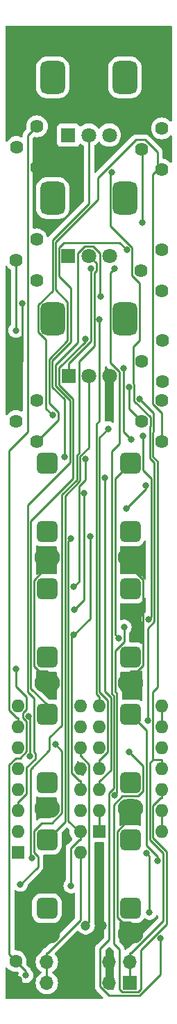
<source format=gbr>
%TF.GenerationSoftware,KiCad,Pcbnew,7.0.2*%
%TF.CreationDate,2023-06-12T17:36:46-04:00*%
%TF.ProjectId,as3340_no_mux,61733333-3430-45f6-9e6f-5f6d75782e6b,rev?*%
%TF.SameCoordinates,Original*%
%TF.FileFunction,Copper,L1,Top*%
%TF.FilePolarity,Positive*%
%FSLAX46Y46*%
G04 Gerber Fmt 4.6, Leading zero omitted, Abs format (unit mm)*
G04 Created by KiCad (PCBNEW 7.0.2) date 2023-06-12 17:36:46*
%MOMM*%
%LPD*%
G01*
G04 APERTURE LIST*
G04 Aperture macros list*
%AMRoundRect*
0 Rectangle with rounded corners*
0 $1 Rounding radius*
0 $2 $3 $4 $5 $6 $7 $8 $9 X,Y pos of 4 corners*
0 Add a 4 corners polygon primitive as box body*
4,1,4,$2,$3,$4,$5,$6,$7,$8,$9,$2,$3,0*
0 Add four circle primitives for the rounded corners*
1,1,$1+$1,$2,$3*
1,1,$1+$1,$4,$5*
1,1,$1+$1,$6,$7*
1,1,$1+$1,$8,$9*
0 Add four rect primitives between the rounded corners*
20,1,$1+$1,$2,$3,$4,$5,0*
20,1,$1+$1,$4,$5,$6,$7,0*
20,1,$1+$1,$6,$7,$8,$9,0*
20,1,$1+$1,$8,$9,$2,$3,0*%
G04 Aperture macros list end*
%TA.AperFunction,ComponentPad*%
%ADD10O,3.100000X2.300000*%
%TD*%
%TA.AperFunction,ComponentPad*%
%ADD11RoundRect,0.650000X-0.650000X-0.650000X0.650000X-0.650000X0.650000X0.650000X-0.650000X0.650000X0*%
%TD*%
%TA.AperFunction,ComponentPad*%
%ADD12C,1.600000*%
%TD*%
%TA.AperFunction,ComponentPad*%
%ADD13R,1.800000X1.800000*%
%TD*%
%TA.AperFunction,ComponentPad*%
%ADD14C,1.800000*%
%TD*%
%TA.AperFunction,ComponentPad*%
%ADD15RoundRect,0.750000X0.750000X-1.250000X0.750000X1.250000X-0.750000X1.250000X-0.750000X-1.250000X0*%
%TD*%
%TA.AperFunction,ComponentPad*%
%ADD16C,1.620000*%
%TD*%
%TA.AperFunction,ComponentPad*%
%ADD17R,1.600000X1.600000*%
%TD*%
%TA.AperFunction,ComponentPad*%
%ADD18O,1.600000X1.600000*%
%TD*%
%TA.AperFunction,ComponentPad*%
%ADD19R,1.700000X1.700000*%
%TD*%
%TA.AperFunction,ComponentPad*%
%ADD20O,1.700000X1.700000*%
%TD*%
%TA.AperFunction,ComponentPad*%
%ADD21C,1.200000*%
%TD*%
%TA.AperFunction,ViaPad*%
%ADD22C,0.800000*%
%TD*%
%TA.AperFunction,Conductor*%
%ADD23C,0.250000*%
%TD*%
G04 APERTURE END LIST*
D10*
%TO.P,J15,S*%
%TO.N,GND*%
X193040000Y-140716000D03*
D11*
%TO.P,J15,T*%
%TO.N,Net-(J15-PadR)*%
X193040000Y-129316000D03*
%TO.P,J15,TN*%
%TO.N,N/C*%
X193040000Y-137616000D03*
%TD*%
D10*
%TO.P,J1,S*%
%TO.N,GND*%
X182880000Y-125476000D03*
D11*
%TO.P,J1,T*%
%TO.N,Net-(SW1-B)*%
X182880000Y-114076000D03*
%TO.P,J1,TN*%
%TO.N,N/C*%
X182880000Y-122376000D03*
%TD*%
D10*
%TO.P,J5,S*%
%TO.N,GND*%
X182880000Y-140716000D03*
D11*
%TO.P,J5,T*%
%TO.N,Net-(J5-PadR)*%
X182880000Y-129316000D03*
%TO.P,J5,TN*%
%TO.N,N/C*%
X182880000Y-137616000D03*
%TD*%
D12*
%TO.P,D1,1,K*%
%TO.N,GND*%
X179070000Y-146538000D03*
%TO.P,D1,2,A*%
%TO.N,Net-(D1-A)*%
X179070000Y-144038000D03*
%TD*%
D10*
%TO.P,J2,S*%
%TO.N,GND*%
X182880000Y-94996000D03*
D11*
%TO.P,J2,T*%
%TO.N,Net-(J2-PadR)*%
X182880000Y-83596000D03*
%TO.P,J2,TN*%
%TO.N,N/C*%
X182880000Y-91896000D03*
%TD*%
D10*
%TO.P,J12,S*%
%TO.N,GND*%
X193040000Y-94996000D03*
D11*
%TO.P,J12,T*%
%TO.N,Net-(J12-PadR)*%
X193040000Y-83596000D03*
%TO.P,J12,TN*%
%TO.N,N/C*%
X193040000Y-91896000D03*
%TD*%
D13*
%TO.P,THONKY_FINE_CV1,1,1*%
%TO.N,Net-(R16-Pad1)*%
X185500000Y-58420000D03*
D14*
%TO.P,THONKY_FINE_CV1,2,2*%
%TO.N,Net-(R19-Pad1)*%
X188000000Y-58420000D03*
%TO.P,THONKY_FINE_CV1,3,3*%
%TO.N,Net-(R6-Pad2)*%
X190500000Y-58420000D03*
D15*
%TO.P,THONKY_FINE_CV1,MP*%
%TO.N,N/C*%
X183600000Y-51420000D03*
X192400000Y-51420000D03*
%TD*%
D10*
%TO.P,J13,S*%
%TO.N,GND*%
X193040000Y-110236000D03*
D11*
%TO.P,J13,T*%
%TO.N,Net-(J13-PadR)*%
X193040000Y-98836000D03*
%TO.P,J13,TN*%
%TO.N,N/C*%
X193040000Y-107136000D03*
%TD*%
D10*
%TO.P,J4,S*%
%TO.N,GND*%
X182880000Y-110236000D03*
D11*
%TO.P,J4,T*%
%TO.N,Net-(C1-Pad2)*%
X182880000Y-98836000D03*
%TO.P,J4,TN*%
%TO.N,N/C*%
X182880000Y-107136000D03*
%TD*%
D13*
%TO.P,THONKY_COURSE_CV1,1,1*%
%TO.N,Net-(R8-Pad1)*%
X185500000Y-43775000D03*
D14*
%TO.P,THONKY_COURSE_CV1,2,2*%
%TO.N,Net-(R20-Pad1)*%
X188000000Y-43775000D03*
%TO.P,THONKY_COURSE_CV1,3,3*%
%TO.N,Net-(R2-Pad2)*%
X190500000Y-43775000D03*
D15*
%TO.P,THONKY_COURSE_CV1,MP*%
%TO.N,N/C*%
X183600000Y-36775000D03*
X192400000Y-36775000D03*
%TD*%
D13*
%TO.P,THONKY_PWM1,1,1*%
%TO.N,Net-(R5-Pad1)*%
X185505000Y-73040000D03*
D14*
%TO.P,THONKY_PWM1,2,2*%
%TO.N,Net-(J5-PadR)*%
X188005000Y-73040000D03*
%TO.P,THONKY_PWM1,3,3*%
%TO.N,GND*%
X190505000Y-73040000D03*
D15*
%TO.P,THONKY_PWM1,MP*%
%TO.N,N/C*%
X183605000Y-66040000D03*
X192405000Y-66040000D03*
%TD*%
D10*
%TO.P,J14,S*%
%TO.N,GND*%
X193040000Y-125476000D03*
D11*
%TO.P,J14,T*%
%TO.N,Net-(J14-PadR)*%
X193040000Y-114076000D03*
%TO.P,J14,TN*%
%TO.N,N/C*%
X193040000Y-122376000D03*
%TD*%
D16*
%TO.P,NOT_THOONKY_SineBiasTrim1,1,1*%
%TO.N,-15V*%
X181610000Y-75986000D03*
%TO.P,NOT_THOONKY_SineBiasTrim1,2,2*%
%TO.N,Net-(NOT_THOONKY_SineBiasTrim1-Pad2)*%
X179110000Y-78486000D03*
%TO.P,NOT_THOONKY_SineBiasTrim1,3,3*%
%TO.N,+15V*%
X181610000Y-80986000D03*
%TD*%
%TO.P,NOT_THONKY_HF_TRACK1,1,1*%
%TO.N,Net-(U2-VHFT)*%
X181665000Y-42712000D03*
%TO.P,NOT_THONKY_HF_TRACK1,2,2*%
%TO.N,Net-(NOT_THONKY_HF_TRACK1-Pad2)*%
X179165000Y-45212000D03*
%TO.P,NOT_THONKY_HF_TRACK1,3,3*%
%TO.N,GND*%
X181665000Y-47712000D03*
%TD*%
D17*
%TO.P,U4,1*%
%TO.N,Net-(U4A--)*%
X189230000Y-128270000D03*
D18*
%TO.P,U4,2,-*%
X189230000Y-125730000D03*
%TO.P,U4,3,+*%
%TO.N,Net-(U4A-+)*%
X189230000Y-123190000D03*
%TO.P,U4,4,V+*%
%TO.N,+15V*%
X189230000Y-120650000D03*
%TO.P,U4,5,+*%
%TO.N,Net-(U2-VTO)*%
X189230000Y-118110000D03*
%TO.P,U4,6,-*%
%TO.N,Net-(U4B--)*%
X189230000Y-115570000D03*
%TO.P,U4,7*%
%TO.N,Net-(NOT_THONKY_SineShapeTrim1-Pad1)*%
X189230000Y-113030000D03*
%TO.P,U4,8*%
%TO.N,Net-(U4C--)*%
X196850000Y-113030000D03*
%TO.P,U4,9,-*%
X196850000Y-115570000D03*
%TO.P,U4,10,+*%
%TO.N,Net-(D1-A)*%
X196850000Y-118110000D03*
%TO.P,U4,11,V-*%
%TO.N,-15V*%
X196850000Y-120650000D03*
%TO.P,U4,12,+*%
%TO.N,Net-(U2-VSO)*%
X196850000Y-123190000D03*
%TO.P,U4,13,-*%
%TO.N,Net-(U4D--)*%
X196850000Y-125730000D03*
%TO.P,U4,14*%
X196850000Y-128270000D03*
%TD*%
D16*
%TO.P,NOT_THINK_SineLevelTrim1,1,1*%
%TO.N,Net-(NOT_THINK_SineLevelTrim1-Pad1)*%
X196905000Y-75986000D03*
%TO.P,NOT_THINK_SineLevelTrim1,2,2*%
X194405000Y-78486000D03*
%TO.P,NOT_THINK_SineLevelTrim1,3,3*%
%TO.N,+15V*%
X196905000Y-80986000D03*
%TD*%
%TO.P,SW1,1,A*%
%TO.N,Net-(SW1-A)*%
X196962400Y-68721600D03*
%TO.P,SW1,2,B*%
%TO.N,Net-(SW1-B)*%
X194462400Y-71221600D03*
%TO.P,SW1,3,C*%
%TO.N,Net-(SW1-C)*%
X196962400Y-73721600D03*
%TD*%
%TO.P,NOT_THONKY_SineShapeTrim1,1,1*%
%TO.N,Net-(NOT_THONKY_SineShapeTrim1-Pad1)*%
X181610000Y-56428000D03*
%TO.P,NOT_THONKY_SineShapeTrim1,2,2*%
%TO.N,Net-(NOT_THONKY_SineShapeTrim1-Pad2)*%
X179110000Y-58928000D03*
%TO.P,NOT_THONKY_SineShapeTrim1,3,3*%
X181610000Y-61428000D03*
%TD*%
D19*
%TO.P,J11,1,Pin_1*%
%TO.N,-15V*%
X193035000Y-146685000D03*
D20*
%TO.P,J11,2,Pin_2*%
X193035000Y-144145000D03*
%TO.P,J11,3,Pin_3*%
%TO.N,GND*%
X190495000Y-146685000D03*
%TO.P,J11,4,Pin_4*%
X190495000Y-144145000D03*
%TO.P,J11,5,Pin_5*%
X187955000Y-146685000D03*
%TO.P,J11,6,Pin_6*%
X187955000Y-144145000D03*
%TO.P,J11,7,Pin_7*%
X185415000Y-146685000D03*
%TO.P,J11,8,Pin_8*%
X185415000Y-144145000D03*
%TO.P,J11,9,Pin_9*%
%TO.N,+15V*%
X182875000Y-146685000D03*
%TO.P,J11,10,Pin_10*%
X182875000Y-144145000D03*
%TD*%
D17*
%TO.P,U2,1,SCALE1*%
%TO.N,Net-(U2-SCALE1)*%
X179324000Y-130810000D03*
D18*
%TO.P,U2,2,SCALE2*%
%TO.N,Net-(U2-SCALE2)*%
X179324000Y-128270000D03*
%TO.P,U2,3,VEE*%
%TO.N,Net-(U2-VEE)*%
X179324000Y-125730000D03*
%TO.P,U2,4,VP*%
%TO.N,Net-(U2-VP)*%
X179324000Y-123190000D03*
%TO.P,U2,5,VPWM*%
%TO.N,Net-(U2-VPWM)*%
X179324000Y-120650000D03*
%TO.P,U2,6,VHSI*%
%TO.N,Net-(U2-VHSI)*%
X179324000Y-118110000D03*
%TO.P,U2,7,VHFT*%
%TO.N,Net-(U2-VHFT)*%
X179324000Y-115570000D03*
%TO.P,U2,8,VSO*%
%TO.N,Net-(U2-VSO)*%
X179324000Y-113030000D03*
%TO.P,U2,9,VSSI*%
%TO.N,Net-(U2-VSSI)*%
X186944000Y-113030000D03*
%TO.P,U2,10,VTO*%
%TO.N,Net-(U2-VTO)*%
X186944000Y-115570000D03*
%TO.P,U2,11,CAP*%
%TO.N,Net-(U2-CAP)*%
X186944000Y-118110000D03*
%TO.P,U2,12,GND*%
%TO.N,GND*%
X186944000Y-120650000D03*
%TO.P,U2,13,VLFI*%
%TO.N,Net-(U2-VLFI)*%
X186944000Y-123190000D03*
%TO.P,U2,14,VS*%
%TO.N,Net-(U2-VS)*%
X186944000Y-125730000D03*
%TO.P,U2,15,VFCI*%
%TO.N,Net-(U2-VFCI)*%
X186944000Y-128270000D03*
%TO.P,U2,16,VCC*%
%TO.N,+15V*%
X186944000Y-130810000D03*
%TD*%
D16*
%TO.P,NOT+THINKY_CV1,1,1*%
%TO.N,Net-(NOT+THINKY_CV1-Pad1)*%
X196905000Y-42966000D03*
%TO.P,NOT+THINKY_CV1,2,2*%
X194405000Y-45466000D03*
%TO.P,NOT+THINKY_CV1,3,3*%
%TO.N,+15V*%
X196905000Y-47966000D03*
%TD*%
%TO.P,NOT_THINKY_TEMKO1,1,1*%
%TO.N,Net-(NOT_THINKY_TEMKO1-Pad1)*%
X196850000Y-57698000D03*
%TO.P,NOT_THINKY_TEMKO1,2,2*%
%TO.N,Net-(U2-VEE)*%
X194350000Y-60198000D03*
%TO.P,NOT_THINKY_TEMKO1,3,3*%
X196850000Y-62698000D03*
%TD*%
D21*
%TO.P,PolyStirene!C11,1*%
%TO.N,GND*%
X189611000Y-139700000D03*
%TO.P,PolyStirene!C11,2*%
%TO.N,Net-(U2-CAP)*%
X187611000Y-139700000D03*
%TD*%
D22*
%TO.N,GND*%
X179150000Y-71928400D03*
X179847100Y-64230900D03*
%TO.N,Net-(D1-A)*%
X179120800Y-108591900D03*
X180313300Y-145778000D03*
X195022400Y-130935200D03*
X195388000Y-138112800D03*
%TO.N,-15V*%
X194211800Y-75799600D03*
%TO.N,+15V*%
X190357400Y-79420100D03*
%TO.N,Net-(J12-PadR)*%
X191656300Y-104831700D03*
%TO.N,Net-(J14-PadR)*%
X196403200Y-131858600D03*
%TO.N,Net-(R3-Pad1)*%
X192233000Y-72075400D03*
X193132400Y-80716900D03*
%TO.N,Net-(U4A-+)*%
X189947900Y-85358200D03*
%TO.N,Net-(SW1-C)*%
X195317100Y-102550100D03*
X194594900Y-80294000D03*
%TO.N,Net-(U2-VLFI)*%
X192546900Y-89121000D03*
X194934000Y-86288000D03*
X186177000Y-104471700D03*
X188200300Y-92456000D03*
%TO.N,Net-(U2-VFCI)*%
X185782300Y-92768300D03*
X185812800Y-134898300D03*
%TO.N,Net-(SW1-A)*%
X186149200Y-98585000D03*
X187559200Y-83065700D03*
%TO.N,Net-(SW1-B)*%
X187548600Y-68520100D03*
%TO.N,Net-(U2-VEE)*%
X189425200Y-63344700D03*
%TO.N,Net-(NOT+THINKY_CV1-Pad1)*%
X196730100Y-141296600D03*
X194545500Y-54354300D03*
X191154400Y-59950800D03*
%TO.N,Net-(NOT_THINKY_TEMKO1-Pad1)*%
X192616200Y-57727800D03*
X185017700Y-82811000D03*
X179655900Y-134720800D03*
X186199300Y-101412800D03*
X187429900Y-87205800D03*
X183937200Y-117752100D03*
%TO.N,Net-(NOT_THINK_SineLevelTrim1-Pad1)*%
X192889600Y-74336100D03*
%TO.N,Net-(U4A--)*%
X192308600Y-103493000D03*
X191088800Y-123925800D03*
%TO.N,Net-(NOT_THONKY_HF_TRACK1-Pad2)*%
X190820600Y-48256900D03*
X195155500Y-114835200D03*
%TO.N,Net-(NOT_THONKY_SineShapeTrim1-Pad1)*%
X189303000Y-66122900D03*
%TO.N,Net-(NOT_THONKY_SineShapeTrim1-Pad2)*%
X179110000Y-67474600D03*
%TO.N,Net-(R5-Pad1)*%
X188242600Y-59960400D03*
%TO.N,Net-(R19-Pad1)*%
X181077700Y-131542300D03*
%TO.N,Net-(R20-Pad1)*%
X183613400Y-77799800D03*
%TO.N,Net-(U2-VSO)*%
X180802100Y-119195600D03*
X192926400Y-118691000D03*
X180644700Y-114294900D03*
%TD*%
D23*
%TO.N,GND*%
X182880000Y-96398300D02*
X182704700Y-96398300D01*
X191476700Y-138731400D02*
X192059000Y-139313700D01*
X193040000Y-96398300D02*
X193285200Y-96398300D01*
X190495000Y-144145000D02*
X190495000Y-146685000D01*
X193040000Y-140716000D02*
X193040000Y-139313700D01*
X193916400Y-108833700D02*
X193040000Y-108833700D01*
X194607800Y-97720900D02*
X194607800Y-108142300D01*
X179847100Y-71231300D02*
X179150000Y-71928400D01*
X193040000Y-125476000D02*
X193040000Y-126878300D01*
X187955000Y-144145000D02*
X187955000Y-146685000D01*
X181308000Y-97795000D02*
X181308000Y-108242700D01*
X193040000Y-126878300D02*
X192864700Y-126878300D01*
X182880000Y-110236000D02*
X182880000Y-108833700D01*
X182880000Y-94996000D02*
X182880000Y-96398300D01*
X192864700Y-126878300D02*
X191476700Y-128266300D01*
X191476700Y-128266300D02*
X191476700Y-138731400D01*
X193285200Y-96398300D02*
X194607800Y-97720900D01*
X187955000Y-146685000D02*
X186517300Y-146685000D01*
X194607800Y-108142300D02*
X193916400Y-108833700D01*
X193040000Y-110236000D02*
X193040000Y-108833700D01*
X193040000Y-94996000D02*
X193040000Y-96398300D01*
X181899000Y-108833700D02*
X182880000Y-108833700D01*
X181308000Y-108242700D02*
X181899000Y-108833700D01*
X182704700Y-96398300D02*
X181308000Y-97795000D01*
X185415000Y-146685000D02*
X186517300Y-146685000D01*
X192059000Y-139313700D02*
X193040000Y-139313700D01*
X179847100Y-64230900D02*
X179847100Y-71231300D01*
%TO.N,Net-(U2-CAP)*%
X186944000Y-118110000D02*
X186944000Y-119162300D01*
X187611000Y-139700000D02*
X188013500Y-139297500D01*
X188013500Y-139297500D02*
X188013500Y-120144900D01*
X188013500Y-120144900D02*
X187030900Y-119162300D01*
X187030900Y-119162300D02*
X186944000Y-119162300D01*
%TO.N,Net-(D1-A)*%
X179940800Y-113936500D02*
X179940800Y-114513300D01*
X180313300Y-145778000D02*
X180313300Y-145281300D01*
X180383000Y-114955500D02*
X180383000Y-118584800D01*
X179120800Y-108591900D02*
X179120800Y-110735200D01*
X178271600Y-120202500D02*
X178271600Y-143239600D01*
X180313300Y-145281300D02*
X179070000Y-144038000D01*
X179587800Y-119380000D02*
X179094100Y-119380000D01*
X179120800Y-110735200D02*
X180383000Y-111997400D01*
X195388000Y-138112800D02*
X195388000Y-131300800D01*
X180383000Y-111997400D02*
X180383000Y-113494300D01*
X179940800Y-114513300D02*
X180383000Y-114955500D01*
X178271600Y-143239600D02*
X179070000Y-144038000D01*
X180383000Y-118584800D02*
X179587800Y-119380000D01*
X179094100Y-119380000D02*
X178271600Y-120202500D01*
X195388000Y-131300800D02*
X195022400Y-130935200D01*
X180383000Y-113494300D02*
X179940800Y-113936500D01*
%TO.N,-15V*%
X196363600Y-83355600D02*
X195826800Y-82818800D01*
X195797600Y-119597700D02*
X195797600Y-115115600D01*
X195797600Y-111374600D02*
X196363600Y-110808600D01*
X193172800Y-143042700D02*
X197061100Y-139154400D01*
X195885800Y-77473600D02*
X194211800Y-75799600D01*
X197061100Y-130935000D02*
X195420400Y-129294300D01*
X197061100Y-139154400D02*
X197061100Y-130935000D01*
X193035000Y-146685000D02*
X193035000Y-144145000D01*
X195420400Y-129294300D02*
X195420400Y-119974900D01*
X195797600Y-115115600D02*
X195807800Y-115105400D01*
X196363600Y-110808600D02*
X196363600Y-83355600D01*
X195797600Y-114554800D02*
X195797600Y-111374600D01*
X195807800Y-114565000D02*
X195797600Y-114554800D01*
X195420400Y-119974900D02*
X195797600Y-119597700D01*
X196850000Y-119597700D02*
X195797600Y-119597700D01*
X195885800Y-79813200D02*
X195885800Y-77473600D01*
X195807800Y-115105400D02*
X195807800Y-114565000D01*
X193035000Y-143042700D02*
X193172800Y-143042700D01*
X195826800Y-79872200D02*
X195885800Y-79813200D01*
X196850000Y-120650000D02*
X196850000Y-119597700D01*
X195826800Y-82818800D02*
X195826800Y-79872200D01*
X193035000Y-144145000D02*
X193035000Y-143042700D01*
%TO.N,+15V*%
X194865000Y-44357800D02*
X193733900Y-44357800D01*
X182875000Y-144145000D02*
X182875000Y-146685000D01*
X190288200Y-118671000D02*
X190288200Y-112383000D01*
X182875000Y-144145000D02*
X182875000Y-143042700D01*
X183946200Y-62554400D02*
X185410800Y-64019000D01*
X183161300Y-76311300D02*
X184265800Y-77415800D01*
X196905000Y-80986000D02*
X196905000Y-77502100D01*
X195787600Y-76384700D02*
X195787600Y-48524700D01*
X196346300Y-47966000D02*
X196905000Y-47966000D01*
X193733900Y-44357800D02*
X189139300Y-48952400D01*
X186944000Y-130810000D02*
X186944000Y-131862300D01*
X189230000Y-119597700D02*
X189361500Y-119597700D01*
X189139300Y-51590100D02*
X183946200Y-56783200D01*
X189295500Y-80482000D02*
X190357400Y-79420100D01*
X183161300Y-70962800D02*
X183161300Y-76311300D01*
X196346300Y-47966000D02*
X196346300Y-45839100D01*
X189295500Y-111390300D02*
X189295500Y-80482000D01*
X195787600Y-48524700D02*
X196346300Y-47966000D01*
X196905000Y-77502100D02*
X195787600Y-76384700D01*
X185410800Y-68713300D02*
X183161300Y-70962800D01*
X189139300Y-48952400D02*
X189139300Y-51590100D01*
X196346300Y-45839100D02*
X194865000Y-44357800D01*
X190288200Y-112383000D02*
X189295500Y-111390300D01*
X185410800Y-64019000D02*
X185410800Y-68713300D01*
X182875000Y-143042700D02*
X182966600Y-143042700D01*
X186944000Y-139065300D02*
X186944000Y-131862300D01*
X182966600Y-143042700D02*
X186944000Y-139065300D01*
X189361500Y-119597700D02*
X190288200Y-118671000D01*
X184265800Y-78330200D02*
X181610000Y-80986000D01*
X183946200Y-56783200D02*
X183946200Y-62554400D01*
X189230000Y-120650000D02*
X189230000Y-119597700D01*
X184265800Y-77415800D02*
X184265800Y-78330200D01*
%TO.N,Net-(J12-PadR)*%
X191192400Y-85443600D02*
X191192400Y-104367800D01*
X191192400Y-104367800D02*
X191656300Y-104831700D01*
X193040000Y-83596000D02*
X191192400Y-85443600D01*
%TO.N,Net-(J14-PadR)*%
X196403200Y-131393500D02*
X195019400Y-130009700D01*
X195019400Y-130009700D02*
X195019400Y-116055400D01*
X196403200Y-131858600D02*
X196403200Y-131393500D01*
X195019400Y-116055400D02*
X193040000Y-114076000D01*
%TO.N,Net-(R3-Pad1)*%
X192233000Y-79817500D02*
X193132400Y-80716900D01*
X192233000Y-72075400D02*
X192233000Y-79817500D01*
%TO.N,Net-(U4A-+)*%
X190665600Y-112009900D02*
X189947900Y-111292200D01*
X189947900Y-111292200D02*
X189947900Y-85358200D01*
X189361500Y-122137700D02*
X190665600Y-120833600D01*
X189230000Y-122137700D02*
X189361500Y-122137700D01*
X189230000Y-123190000D02*
X189230000Y-122137700D01*
X190665600Y-120833600D02*
X190665600Y-112009900D01*
%TO.N,Net-(SW1-C)*%
X195609000Y-102258200D02*
X195317100Y-102550100D01*
X194594900Y-80294000D02*
X194594900Y-84483000D01*
X195609000Y-85497100D02*
X195609000Y-102258200D01*
X194594900Y-84483000D02*
X195609000Y-85497100D01*
%TO.N,Net-(U2-VLFI)*%
X185891600Y-104757100D02*
X186177000Y-104471700D01*
X192546900Y-89121000D02*
X194934000Y-86733900D01*
X185891600Y-121192400D02*
X185891600Y-104757100D01*
X186836900Y-122137700D02*
X185891600Y-121192400D01*
X188200300Y-102448400D02*
X188200300Y-92456000D01*
X186944000Y-122137700D02*
X186836900Y-122137700D01*
X186177000Y-104471700D02*
X188200300Y-102448400D01*
X194934000Y-86733900D02*
X194934000Y-86288000D01*
X186944000Y-123190000D02*
X186944000Y-122137700D01*
%TO.N,Net-(U2-VFCI)*%
X186944000Y-128270000D02*
X186944000Y-128469100D01*
X186944000Y-128796100D02*
X186944000Y-128469100D01*
X186944000Y-129322300D02*
X186812500Y-129322300D01*
X185473900Y-93076700D02*
X185782300Y-92768300D01*
X185473900Y-126999000D02*
X185473900Y-93076700D01*
X186944000Y-128469100D02*
X185473900Y-126999000D01*
X185812800Y-130322000D02*
X185812800Y-134898300D01*
X186944000Y-128796100D02*
X186944000Y-129322300D01*
X186812500Y-129322300D02*
X185812800Y-130322000D01*
%TO.N,Net-(SW1-A)*%
X187559200Y-85630700D02*
X186774800Y-86415100D01*
X187559200Y-83065700D02*
X187559200Y-85630700D01*
X186774800Y-97959400D02*
X186149200Y-98585000D01*
X186774800Y-86415100D02*
X186774800Y-97959400D01*
%TO.N,Net-(SW1-B)*%
X182880000Y-114076000D02*
X182880000Y-112905800D01*
X180897000Y-90654700D02*
X186047300Y-85504400D01*
X184352600Y-74098000D02*
X184352600Y-72023900D01*
X182880000Y-112905800D02*
X180897000Y-110922800D01*
X180897000Y-110922800D02*
X180897000Y-90654700D01*
X186047300Y-75792700D02*
X184352600Y-74098000D01*
X184352600Y-72023900D02*
X187548600Y-68827900D01*
X187548600Y-68827900D02*
X187548600Y-68520100D01*
X186047300Y-85504400D02*
X186047300Y-75792700D01*
%TO.N,Net-(J5-PadR)*%
X188005000Y-81697500D02*
X186906900Y-82795600D01*
X188005000Y-73040000D02*
X188005000Y-81697500D01*
X186906900Y-82795600D02*
X186906900Y-85749400D01*
X185096500Y-87559800D02*
X185096500Y-127099500D01*
X186906900Y-85749400D02*
X185096500Y-87559800D01*
X185096500Y-127099500D02*
X182880000Y-129316000D01*
%TO.N,Net-(U2-VEE)*%
X187491300Y-57254300D02*
X188476200Y-57254300D01*
X188476200Y-57254300D02*
X189313100Y-58091200D01*
X180519600Y-88702300D02*
X185670000Y-83551900D01*
X185670000Y-75949100D02*
X183937100Y-74216200D01*
X181454400Y-118822400D02*
X181297000Y-118665000D01*
X183937100Y-74216200D02*
X183937100Y-71684600D01*
X189313100Y-58091200D02*
X189313100Y-63232600D01*
X179455700Y-124677700D02*
X180417400Y-123716000D01*
X180519600Y-111374600D02*
X180519600Y-88702300D01*
X180417400Y-123716000D02*
X180417400Y-120502800D01*
X186652400Y-68969300D02*
X186652400Y-58093200D01*
X179324000Y-124677700D02*
X179455700Y-124677700D01*
X181297000Y-118665000D02*
X181297000Y-112152000D01*
X181454400Y-119465800D02*
X181454400Y-118822400D01*
X179324000Y-125203800D02*
X179324000Y-124677700D01*
X181297000Y-112152000D02*
X180519600Y-111374600D01*
X185670000Y-83551900D02*
X185670000Y-75949100D01*
X186652400Y-58093200D02*
X187491300Y-57254300D01*
X180417400Y-120502800D02*
X181454400Y-119465800D01*
X183937100Y-71684600D02*
X186652400Y-68969300D01*
X179324000Y-125203800D02*
X179324000Y-125730000D01*
X189313100Y-63232600D02*
X189425200Y-63344700D01*
%TO.N,Net-(NOT+THINKY_CV1-Pad1)*%
X191042900Y-111853600D02*
X191042900Y-123049300D01*
X189377200Y-147127800D02*
X190414100Y-148164700D01*
X190433600Y-124313800D02*
X190491200Y-124371400D01*
X190634200Y-71447900D02*
X191691300Y-72505000D01*
X191691300Y-81265500D02*
X190771400Y-82185400D01*
X190491200Y-141387400D02*
X189377200Y-142501400D01*
X190491200Y-124371400D02*
X190491200Y-141387400D01*
X190433600Y-123658600D02*
X190433600Y-124313800D01*
X194405000Y-45466000D02*
X194545500Y-45606500D01*
X191042900Y-123049300D02*
X190433600Y-123658600D01*
X190771400Y-82185400D02*
X190771400Y-111582100D01*
X190634200Y-60471000D02*
X190634200Y-71447900D01*
X196730100Y-145642100D02*
X196730100Y-141296600D01*
X189377200Y-142501400D02*
X189377200Y-147127800D01*
X191691300Y-72505000D02*
X191691300Y-81265500D01*
X190414100Y-148164700D02*
X194207500Y-148164700D01*
X190771400Y-111582100D02*
X191042900Y-111853600D01*
X191154400Y-59950800D02*
X190634200Y-60471000D01*
X194545500Y-45606500D02*
X194545500Y-54354300D01*
X194207500Y-148164700D02*
X196730100Y-145642100D01*
%TO.N,Net-(NOT_THINKY_TEMKO1-Pad1)*%
X187429900Y-87205800D02*
X187429900Y-100182200D01*
X185788200Y-68895900D02*
X183538700Y-71145400D01*
X184347600Y-57414600D02*
X184347600Y-60918300D01*
X181325100Y-130867100D02*
X181783600Y-131325600D01*
X184932800Y-56829400D02*
X184347600Y-57414600D01*
X183538700Y-74351500D02*
X185017700Y-75830500D01*
X185017700Y-75830500D02*
X185017700Y-82811000D01*
X181325100Y-128243600D02*
X181325100Y-130867100D01*
X183937200Y-117752100D02*
X184719100Y-118534000D01*
X183478800Y-127301400D02*
X182267300Y-127301400D01*
X184719100Y-118534000D02*
X184719100Y-126061100D01*
X181783600Y-132593100D02*
X179655900Y-134720800D01*
X187429900Y-100182200D02*
X186199300Y-101412800D01*
X184347600Y-60918300D02*
X185788200Y-62358900D01*
X191717800Y-56829400D02*
X184932800Y-56829400D01*
X185788200Y-62358900D02*
X185788200Y-68895900D01*
X184719100Y-126061100D02*
X183478800Y-127301400D01*
X182267300Y-127301400D02*
X181325100Y-128243600D01*
X181783600Y-131325600D02*
X181783600Y-132593100D01*
X183538700Y-71145400D02*
X183538700Y-74351500D01*
X192616200Y-57727800D02*
X191717800Y-56829400D01*
%TO.N,Net-(NOT_THINK_SineLevelTrim1-Pad1)*%
X192889600Y-76970600D02*
X192889600Y-74336100D01*
X194405000Y-78486000D02*
X192889600Y-76970600D01*
%TO.N,Net-(U4C--)*%
X196850000Y-115570000D02*
X196850000Y-113030000D01*
%TO.N,Net-(U4D--)*%
X196850000Y-128270000D02*
X196850000Y-125730000D01*
%TO.N,Net-(U4A--)*%
X191420300Y-123594300D02*
X191420300Y-111537200D01*
X189230000Y-128270000D02*
X189230000Y-125730000D01*
X191088800Y-123925800D02*
X191420300Y-123594300D01*
X191205400Y-111322300D02*
X191205400Y-106350500D01*
X191420300Y-111537200D02*
X191205400Y-111322300D01*
X192308600Y-105247300D02*
X192308600Y-103493000D01*
X191205400Y-106350500D02*
X192308600Y-105247300D01*
%TO.N,Net-(U2-VHFT)*%
X180547500Y-43829500D02*
X181665000Y-42712000D01*
X179324000Y-114517700D02*
X179192500Y-114517700D01*
X178240800Y-113566000D02*
X178240800Y-82080100D01*
X178240800Y-82080100D02*
X180547500Y-79773400D01*
X180547500Y-79773400D02*
X180547500Y-43829500D01*
X179324000Y-115570000D02*
X179324000Y-114517700D01*
X179192500Y-114517700D02*
X178240800Y-113566000D01*
%TO.N,Net-(NOT_THONKY_HF_TRACK1-Pad2)*%
X195449400Y-79135300D02*
X195508400Y-79076300D01*
X193391800Y-73915800D02*
X193391800Y-69478400D01*
X193391800Y-69478400D02*
X194179700Y-68690500D01*
X195986300Y-102803300D02*
X195986300Y-83512000D01*
X193268500Y-60864300D02*
X193268500Y-57457700D01*
X190644700Y-54833900D02*
X190644700Y-48432800D01*
X195155500Y-103634100D02*
X195986300Y-102803300D01*
X194179700Y-61775500D02*
X193268500Y-60864300D01*
X193268500Y-57457700D02*
X190644700Y-54833900D01*
X190644700Y-48432800D02*
X190820600Y-48256900D01*
X195508400Y-78018900D02*
X193541900Y-76052400D01*
X193541900Y-76052400D02*
X193541900Y-74065900D01*
X194179700Y-68690500D02*
X194179700Y-61775500D01*
X193541900Y-74065900D02*
X193391800Y-73915800D01*
X195986300Y-83512000D02*
X195449400Y-82975100D01*
X195508400Y-79076300D02*
X195508400Y-78018900D01*
X195449400Y-82975100D02*
X195449400Y-79135300D01*
X195155500Y-114835200D02*
X195155500Y-103634100D01*
%TO.N,Net-(NOT_THONKY_SineShapeTrim1-Pad1)*%
X189303000Y-78468700D02*
X189303000Y-66122900D01*
X189230000Y-113030000D02*
X189230000Y-111977700D01*
X188898200Y-111645900D02*
X188898200Y-78873500D01*
X189230000Y-111977700D02*
X188898200Y-111645900D01*
X188898200Y-78873500D02*
X189303000Y-78468700D01*
%TO.N,Net-(NOT_THONKY_SineShapeTrim1-Pad2)*%
X179110000Y-58928000D02*
X179110000Y-67474600D01*
%TO.N,Net-(R5-Pad1)*%
X188242600Y-59960400D02*
X188242600Y-68789700D01*
X188242600Y-68789700D02*
X185505000Y-71527300D01*
X185505000Y-71527300D02*
X185505000Y-73040000D01*
%TO.N,Net-(R19-Pad1)*%
X184697000Y-115406400D02*
X184697000Y-87425700D01*
X184697000Y-87425700D02*
X186529600Y-85593100D01*
X183209400Y-116894000D02*
X184697000Y-115406400D01*
X186529600Y-82639300D02*
X186830100Y-82338800D01*
X188647300Y-69418600D02*
X188647300Y-60478200D01*
X188894900Y-60230600D02*
X188894900Y-59314900D01*
X186529600Y-85593100D02*
X186529600Y-82639300D01*
X181077700Y-131542300D02*
X180889000Y-131353600D01*
X180889000Y-120736000D02*
X183209400Y-118415600D01*
X180889000Y-131353600D02*
X180889000Y-120736000D01*
X186830100Y-82338800D02*
X186830100Y-71235800D01*
X188894900Y-59314900D02*
X188000000Y-58420000D01*
X188647300Y-60478200D02*
X188894900Y-60230600D01*
X183209400Y-118415600D02*
X183209400Y-116894000D01*
X186830100Y-71235800D02*
X188647300Y-69418600D01*
%TO.N,Net-(R20-Pad1)*%
X181849800Y-64380800D02*
X181849800Y-67699000D01*
X183568900Y-56509200D02*
X183568900Y-62661700D01*
X188000000Y-52078100D02*
X183568900Y-56509200D01*
X182784000Y-76970400D02*
X183613400Y-77799800D01*
X181849800Y-67699000D02*
X182784000Y-68633200D01*
X183568900Y-62661700D02*
X181849800Y-64380800D01*
X182784000Y-68633200D02*
X182784000Y-76970400D01*
X188000000Y-43775000D02*
X188000000Y-52078100D01*
%TO.N,Net-(U2-VSO)*%
X194382300Y-142666400D02*
X197470800Y-139577900D01*
X194618400Y-120383000D02*
X194618400Y-123413000D01*
X191697700Y-147419700D02*
X192065400Y-147787400D01*
X194618400Y-123413000D02*
X194010800Y-124020600D01*
X195797700Y-129105800D02*
X195797700Y-125174800D01*
X196850000Y-123190000D02*
X196850000Y-124242300D01*
X195797700Y-125174800D02*
X196730200Y-124242300D01*
X194382300Y-147456300D02*
X194382300Y-142666400D01*
X180802100Y-114452300D02*
X180802100Y-119195600D01*
X192065400Y-147787400D02*
X194051200Y-147787400D01*
X192926400Y-118691000D02*
X194618400Y-120383000D01*
X197470800Y-130778900D02*
X195797700Y-129105800D01*
X197470800Y-139577900D02*
X197470800Y-130778900D01*
X180644700Y-114294900D02*
X180802100Y-114452300D01*
X191048900Y-141935200D02*
X191697700Y-142584000D01*
X192104200Y-124020600D02*
X191048900Y-125075900D01*
X194010800Y-124020600D02*
X192104200Y-124020600D01*
X196730200Y-124242300D02*
X196850000Y-124242300D01*
X194051200Y-147787400D02*
X194382300Y-147456300D01*
X191048900Y-125075900D02*
X191048900Y-141935200D01*
X191697700Y-142584000D02*
X191697700Y-147419700D01*
%TD*%
%TA.AperFunction,Conductor*%
%TO.N,GND*%
G36*
X185378783Y-127815633D02*
G01*
X185423130Y-127844134D01*
X185607192Y-128028196D01*
X185640677Y-128089519D01*
X185643039Y-128126684D01*
X185630501Y-128269999D01*
X185650456Y-128498084D01*
X185709717Y-128719246D01*
X185806474Y-128926744D01*
X185806476Y-128926746D01*
X185806477Y-128926749D01*
X185937802Y-129114300D01*
X185943516Y-129120014D01*
X185977001Y-129181332D01*
X185972019Y-129251024D01*
X185943517Y-129295376D01*
X185423980Y-129814913D01*
X185407696Y-129827961D01*
X185359139Y-129879668D01*
X185356434Y-129882460D01*
X185336665Y-129902230D01*
X185334287Y-129905293D01*
X185334270Y-129905314D01*
X185334111Y-129905521D01*
X185326553Y-129914368D01*
X185296214Y-129946677D01*
X185286382Y-129964563D01*
X185275701Y-129980823D01*
X185263185Y-129996959D01*
X185245586Y-130037628D01*
X185240448Y-130048117D01*
X185219103Y-130086943D01*
X185214026Y-130106718D01*
X185207726Y-130125119D01*
X185207025Y-130126740D01*
X185199618Y-130143856D01*
X185192688Y-130187610D01*
X185190320Y-130199046D01*
X185179300Y-130241969D01*
X185179300Y-130262384D01*
X185177772Y-130281783D01*
X185174580Y-130301943D01*
X185177775Y-130335739D01*
X185178750Y-130346057D01*
X185179300Y-130357726D01*
X185179300Y-134196542D01*
X185159615Y-134263581D01*
X185147450Y-134279514D01*
X185073759Y-134361355D01*
X184978272Y-134526743D01*
X184919258Y-134708370D01*
X184899296Y-134898300D01*
X184919258Y-135088229D01*
X184978272Y-135269856D01*
X185073757Y-135435241D01*
X185073760Y-135435244D01*
X185201547Y-135577166D01*
X185356048Y-135689418D01*
X185530514Y-135767095D01*
X185717311Y-135806800D01*
X185717313Y-135806800D01*
X185908289Y-135806800D01*
X186095085Y-135767095D01*
X186095086Y-135767094D01*
X186095088Y-135767094D01*
X186136064Y-135748850D01*
X186205315Y-135739566D01*
X186268591Y-135769194D01*
X186305804Y-135828329D01*
X186310500Y-135862130D01*
X186310500Y-138751532D01*
X186290815Y-138818571D01*
X186274181Y-138839213D01*
X182691329Y-142422064D01*
X182641969Y-142452313D01*
X182603124Y-142464935D01*
X182596002Y-142469455D01*
X182575221Y-142480043D01*
X182567385Y-142483145D01*
X182521905Y-142516188D01*
X182515467Y-142520563D01*
X182467980Y-142550700D01*
X182462205Y-142556850D01*
X182444710Y-142572274D01*
X182437893Y-142577227D01*
X182402051Y-142620551D01*
X182396903Y-142626390D01*
X182358413Y-142667379D01*
X182354354Y-142674763D01*
X182341241Y-142694058D01*
X182335867Y-142700553D01*
X182311925Y-142751431D01*
X182308392Y-142758365D01*
X182281303Y-142807642D01*
X182279206Y-142815809D01*
X182271307Y-142837749D01*
X182267716Y-142845380D01*
X182260962Y-142880786D01*
X182229064Y-142942949D01*
X182198177Y-142966603D01*
X182129426Y-143003809D01*
X181951760Y-143142094D01*
X181799279Y-143307730D01*
X181676138Y-143496211D01*
X181585705Y-143702381D01*
X181585704Y-143702384D01*
X181530436Y-143920632D01*
X181530435Y-143920636D01*
X181511843Y-144144999D01*
X181530435Y-144369363D01*
X181530435Y-144369366D01*
X181530436Y-144369368D01*
X181538144Y-144399807D01*
X181585705Y-144587618D01*
X181676138Y-144793788D01*
X181676140Y-144793791D01*
X181799278Y-144982268D01*
X181951760Y-145147906D01*
X182129424Y-145286189D01*
X182165929Y-145305944D01*
X182215520Y-145355162D01*
X182230630Y-145423379D01*
X182206459Y-145488935D01*
X182165933Y-145524052D01*
X182129427Y-145543809D01*
X181951760Y-145682094D01*
X181799279Y-145847730D01*
X181676138Y-146036211D01*
X181585705Y-146242381D01*
X181530435Y-146460636D01*
X181511843Y-146685000D01*
X181530435Y-146909363D01*
X181530435Y-146909366D01*
X181530436Y-146909368D01*
X181570533Y-147067709D01*
X181585705Y-147127618D01*
X181676138Y-147333788D01*
X181676140Y-147333791D01*
X181799278Y-147522268D01*
X181951760Y-147687906D01*
X182129424Y-147826189D01*
X182327426Y-147933342D01*
X182540365Y-148006444D01*
X182762431Y-148043500D01*
X182987569Y-148043500D01*
X183209635Y-148006444D01*
X183422574Y-147933342D01*
X183620576Y-147826189D01*
X183798240Y-147687906D01*
X183950722Y-147522268D01*
X184073860Y-147333791D01*
X184164296Y-147127616D01*
X184219564Y-146909368D01*
X184238156Y-146685000D01*
X184219564Y-146460632D01*
X184164296Y-146242384D01*
X184073860Y-146036209D01*
X183950722Y-145847732D01*
X183798240Y-145682094D01*
X183620576Y-145543811D01*
X183620575Y-145543810D01*
X183584067Y-145524053D01*
X183534477Y-145474833D01*
X183519370Y-145406616D01*
X183543541Y-145341061D01*
X183584066Y-145305946D01*
X183620576Y-145286189D01*
X183798240Y-145147906D01*
X183950722Y-144982268D01*
X184073860Y-144793791D01*
X184164296Y-144587616D01*
X184219564Y-144369368D01*
X184238156Y-144145000D01*
X184219564Y-143920632D01*
X184164296Y-143702384D01*
X184087616Y-143527571D01*
X184073861Y-143496211D01*
X184071889Y-143493193D01*
X183950722Y-143307732D01*
X183950721Y-143307731D01*
X183950718Y-143307726D01*
X183861983Y-143211335D01*
X183831060Y-143148681D01*
X183838920Y-143079255D01*
X183865528Y-143039674D01*
X186544228Y-140360975D01*
X186605549Y-140327492D01*
X186675241Y-140332476D01*
X186730861Y-140373931D01*
X186788299Y-140449992D01*
X186940115Y-140588390D01*
X186940117Y-140588391D01*
X186940118Y-140588392D01*
X187114782Y-140696540D01*
X187306345Y-140770751D01*
X187508282Y-140808500D01*
X187508284Y-140808500D01*
X187713716Y-140808500D01*
X187713718Y-140808500D01*
X187915655Y-140770751D01*
X188107218Y-140696540D01*
X188281882Y-140588392D01*
X188433701Y-140449991D01*
X188557503Y-140286050D01*
X188649074Y-140102152D01*
X188658251Y-140069900D01*
X188670207Y-140027874D01*
X188705294Y-139904559D01*
X188724249Y-139700000D01*
X188705294Y-139495441D01*
X188653356Y-139312901D01*
X188649175Y-139290639D01*
X188647550Y-139273436D01*
X188647000Y-139261775D01*
X188647000Y-129702500D01*
X188666685Y-129635461D01*
X188719489Y-129589706D01*
X188771000Y-129578500D01*
X189733700Y-129578500D01*
X189800739Y-129598185D01*
X189846494Y-129650989D01*
X189857700Y-129702500D01*
X189857700Y-141073632D01*
X189838015Y-141140671D01*
X189821381Y-141161313D01*
X188988380Y-141994313D01*
X188972095Y-142007361D01*
X188923538Y-142059069D01*
X188920833Y-142061861D01*
X188901065Y-142081630D01*
X188898687Y-142084693D01*
X188898670Y-142084714D01*
X188898511Y-142084921D01*
X188890953Y-142093768D01*
X188860614Y-142126077D01*
X188850782Y-142143963D01*
X188840101Y-142160223D01*
X188827585Y-142176359D01*
X188809986Y-142217028D01*
X188804848Y-142227517D01*
X188783503Y-142266343D01*
X188778426Y-142286118D01*
X188772125Y-142304523D01*
X188764018Y-142323256D01*
X188757088Y-142367010D01*
X188754720Y-142378446D01*
X188743700Y-142421369D01*
X188743700Y-142441784D01*
X188742173Y-142461183D01*
X188739869Y-142475732D01*
X188738980Y-142481343D01*
X188739151Y-142483148D01*
X188743150Y-142525457D01*
X188743700Y-142537126D01*
X188743700Y-147044167D01*
X188741410Y-147064908D01*
X188743639Y-147135816D01*
X188743700Y-147139712D01*
X188743700Y-147167656D01*
X188744187Y-147171516D01*
X188744188Y-147171522D01*
X188744219Y-147171765D01*
X188745134Y-147183396D01*
X188746526Y-147227688D01*
X188752222Y-147247292D01*
X188756167Y-147266344D01*
X188758725Y-147286598D01*
X188775038Y-147327801D01*
X188778821Y-147338849D01*
X188791182Y-147381393D01*
X188801574Y-147398966D01*
X188810131Y-147416433D01*
X188817648Y-147435418D01*
X188843691Y-147471263D01*
X188850105Y-147481027D01*
X188872658Y-147519162D01*
X188887090Y-147533594D01*
X188899726Y-147548389D01*
X188911726Y-147564905D01*
X188945867Y-147593149D01*
X188954508Y-147601012D01*
X189731315Y-148377819D01*
X189764800Y-148439142D01*
X189759816Y-148508834D01*
X189717944Y-148564767D01*
X189652480Y-148589184D01*
X189643634Y-148589500D01*
X177924500Y-148589500D01*
X177857461Y-148569815D01*
X177811706Y-148517011D01*
X177800500Y-148465500D01*
X177800500Y-144899543D01*
X177820185Y-144832504D01*
X177872989Y-144786749D01*
X177942147Y-144776805D01*
X178005703Y-144805830D01*
X178026070Y-144828414D01*
X178063802Y-144882300D01*
X178225700Y-145044198D01*
X178413251Y-145175523D01*
X178620757Y-145272284D01*
X178841913Y-145331543D01*
X178993970Y-145344846D01*
X179069999Y-145351498D01*
X179069999Y-145351497D01*
X179070000Y-145351498D01*
X179298087Y-145331543D01*
X179302057Y-145330479D01*
X179308504Y-145330632D01*
X179308895Y-145330598D01*
X179308898Y-145330641D01*
X179371907Y-145332138D01*
X179429772Y-145371298D01*
X179457279Y-145435525D01*
X179452088Y-145488570D01*
X179419758Y-145588070D01*
X179399796Y-145778000D01*
X179419758Y-145967929D01*
X179478772Y-146149556D01*
X179574257Y-146314941D01*
X179574260Y-146314944D01*
X179702047Y-146456866D01*
X179856547Y-146569117D01*
X179856548Y-146569118D01*
X180031014Y-146646795D01*
X180217811Y-146686500D01*
X180217813Y-146686500D01*
X180408789Y-146686500D01*
X180595585Y-146646795D01*
X180595586Y-146646794D01*
X180595588Y-146646794D01*
X180770052Y-146569118D01*
X180924553Y-146456866D01*
X181052340Y-146314944D01*
X181094235Y-146242381D01*
X181147827Y-146149556D01*
X181168987Y-146084433D01*
X181206842Y-145967928D01*
X181226804Y-145778000D01*
X181206842Y-145588072D01*
X181147827Y-145406444D01*
X181147827Y-145406443D01*
X181052340Y-145241056D01*
X180968467Y-145147906D01*
X180936935Y-145112886D01*
X180910010Y-145064511D01*
X180899318Y-145027707D01*
X180888922Y-145010129D01*
X180880369Y-144992671D01*
X180872852Y-144973683D01*
X180846803Y-144937830D01*
X180840399Y-144928080D01*
X180817842Y-144889938D01*
X180803407Y-144875503D01*
X180790769Y-144860706D01*
X180778772Y-144844193D01*
X180744624Y-144815943D01*
X180735985Y-144808081D01*
X180378335Y-144450430D01*
X180344850Y-144389107D01*
X180346242Y-144330654D01*
X180363543Y-144266087D01*
X180383498Y-144037999D01*
X180363543Y-143809915D01*
X180363543Y-143809913D01*
X180304284Y-143588757D01*
X180207523Y-143381251D01*
X180076198Y-143193700D01*
X179914300Y-143031802D01*
X179726749Y-142900477D01*
X179726746Y-142900476D01*
X179726744Y-142900474D01*
X179519246Y-142803717D01*
X179519243Y-142803716D01*
X179408664Y-142774086D01*
X179298084Y-142744456D01*
X179069999Y-142724501D01*
X179039906Y-142727134D01*
X178971407Y-142713367D01*
X178921224Y-142664751D01*
X178905100Y-142603606D01*
X178905100Y-138337502D01*
X181071500Y-138337502D01*
X181071647Y-138339624D01*
X181071648Y-138339644D01*
X181077693Y-138426739D01*
X181126849Y-138635737D01*
X181133034Y-138649744D01*
X181213573Y-138832146D01*
X181334908Y-139009275D01*
X181486725Y-139161092D01*
X181663854Y-139282427D01*
X181860261Y-139369150D01*
X182069260Y-139418306D01*
X182158498Y-139424500D01*
X182160638Y-139424500D01*
X183599362Y-139424500D01*
X183601502Y-139424500D01*
X183690740Y-139418306D01*
X183899739Y-139369150D01*
X184096146Y-139282427D01*
X184273275Y-139161092D01*
X184425092Y-139009275D01*
X184546427Y-138832146D01*
X184633150Y-138635739D01*
X184682306Y-138426740D01*
X184688500Y-138337502D01*
X184688500Y-136894498D01*
X184682306Y-136805260D01*
X184633150Y-136596261D01*
X184546427Y-136399854D01*
X184425092Y-136222725D01*
X184273275Y-136070908D01*
X184096146Y-135949573D01*
X183899739Y-135862850D01*
X183899737Y-135862849D01*
X183690739Y-135813693D01*
X183603644Y-135807648D01*
X183603624Y-135807647D01*
X183601502Y-135807500D01*
X182158498Y-135807500D01*
X182156376Y-135807647D01*
X182156355Y-135807648D01*
X182069260Y-135813693D01*
X181860262Y-135862849D01*
X181663853Y-135949573D01*
X181486724Y-136070908D01*
X181334908Y-136222724D01*
X181213573Y-136399853D01*
X181126849Y-136596262D01*
X181077693Y-136805260D01*
X181071648Y-136892355D01*
X181071647Y-136892376D01*
X181071500Y-136894498D01*
X181071500Y-138337502D01*
X178905100Y-138337502D01*
X178905100Y-135541642D01*
X178924785Y-135474603D01*
X178977589Y-135428848D01*
X179046747Y-135418904D01*
X179101983Y-135441323D01*
X179147789Y-135474603D01*
X179199147Y-135511918D01*
X179373614Y-135589595D01*
X179560411Y-135629300D01*
X179560413Y-135629300D01*
X179751389Y-135629300D01*
X179938185Y-135589595D01*
X179938186Y-135589594D01*
X179938188Y-135589594D01*
X180112652Y-135511918D01*
X180267153Y-135399666D01*
X180394940Y-135257744D01*
X180490427Y-135092356D01*
X180549442Y-134910728D01*
X180566881Y-134744798D01*
X180593466Y-134680186D01*
X180602512Y-134670090D01*
X182172416Y-133100186D01*
X182188697Y-133087144D01*
X182190614Y-133085102D01*
X182190618Y-133085100D01*
X182237306Y-133035379D01*
X182239924Y-133032678D01*
X182259734Y-133012870D01*
X182262264Y-133009608D01*
X182269843Y-133000732D01*
X182300186Y-132968421D01*
X182310022Y-132950527D01*
X182320702Y-132934268D01*
X182333213Y-132918141D01*
X182350811Y-132877472D01*
X182355941Y-132867000D01*
X182377295Y-132828160D01*
X182382372Y-132808382D01*
X182388672Y-132789982D01*
X182396781Y-132771245D01*
X182403712Y-132727476D01*
X182406078Y-132716053D01*
X182417100Y-132673130D01*
X182417100Y-132652714D01*
X182418627Y-132633314D01*
X182421820Y-132613157D01*
X182417650Y-132569042D01*
X182417100Y-132557373D01*
X182417100Y-131409232D01*
X182419389Y-131388487D01*
X182419301Y-131385694D01*
X182419302Y-131385691D01*
X182417161Y-131317568D01*
X182417100Y-131313673D01*
X182417100Y-131289643D01*
X182417100Y-131289642D01*
X182417100Y-131285744D01*
X182416583Y-131281658D01*
X182415665Y-131269999D01*
X182415112Y-131252393D01*
X182432682Y-131184768D01*
X182484024Y-131137378D01*
X182539051Y-131124500D01*
X183599362Y-131124500D01*
X183601502Y-131124500D01*
X183690740Y-131118306D01*
X183899739Y-131069150D01*
X184096146Y-130982427D01*
X184273275Y-130861092D01*
X184425092Y-130709275D01*
X184546427Y-130532146D01*
X184633150Y-130335739D01*
X184682306Y-130126740D01*
X184688500Y-130037502D01*
X184688500Y-128594498D01*
X184686880Y-128571164D01*
X184682307Y-128505263D01*
X184679904Y-128495049D01*
X184683714Y-128425284D01*
X184712924Y-128378978D01*
X185247768Y-127844133D01*
X185309091Y-127810649D01*
X185378783Y-127815633D01*
G37*
%TD.AperFunction*%
%TA.AperFunction,Conductor*%
G36*
X196380251Y-138494462D02*
G01*
X196420780Y-138551376D01*
X196427600Y-138591933D01*
X196427600Y-138840633D01*
X196407915Y-138907672D01*
X196391281Y-138928314D01*
X192926089Y-142393505D01*
X192884053Y-142421117D01*
X192823938Y-142444917D01*
X192816614Y-142447554D01*
X192763124Y-142464935D01*
X192756002Y-142469455D01*
X192735221Y-142480043D01*
X192727385Y-142483145D01*
X192681905Y-142516188D01*
X192675467Y-142520563D01*
X192627980Y-142550700D01*
X192622205Y-142556850D01*
X192604710Y-142572274D01*
X192597893Y-142577227D01*
X192562051Y-142620551D01*
X192556905Y-142626388D01*
X192545596Y-142638432D01*
X192485357Y-142673829D01*
X192415543Y-142671039D01*
X192358320Y-142630948D01*
X192331855Y-142566285D01*
X192331200Y-142553552D01*
X192331200Y-142548043D01*
X192331200Y-142548042D01*
X192331200Y-142544144D01*
X192330683Y-142540058D01*
X192329765Y-142528399D01*
X192329519Y-142520563D01*
X192328374Y-142484111D01*
X192322674Y-142464494D01*
X192318733Y-142445464D01*
X192316174Y-142425203D01*
X192299863Y-142384007D01*
X192296081Y-142372960D01*
X192286940Y-142341499D01*
X192283718Y-142330407D01*
X192273322Y-142312829D01*
X192264769Y-142295371D01*
X192257252Y-142276383D01*
X192231203Y-142240530D01*
X192224799Y-142230780D01*
X192202242Y-142192638D01*
X192187807Y-142178203D01*
X192175169Y-142163406D01*
X192172856Y-142160223D01*
X192163172Y-142146893D01*
X192129024Y-142118643D01*
X192120385Y-142110781D01*
X191718719Y-141709114D01*
X191685234Y-141647791D01*
X191682400Y-141621433D01*
X191682400Y-139410270D01*
X191702085Y-139343231D01*
X191754889Y-139297476D01*
X191824047Y-139287532D01*
X191856486Y-139296835D01*
X192020261Y-139369150D01*
X192229260Y-139418306D01*
X192318498Y-139424500D01*
X192320638Y-139424500D01*
X193759362Y-139424500D01*
X193761502Y-139424500D01*
X193850740Y-139418306D01*
X194059739Y-139369150D01*
X194256146Y-139282427D01*
X194433275Y-139161092D01*
X194585092Y-139009275D01*
X194676263Y-138876179D01*
X194730388Y-138831998D01*
X194799809Y-138824092D01*
X194851448Y-138845940D01*
X194931247Y-138903918D01*
X195105714Y-138981595D01*
X195292511Y-139021300D01*
X195292513Y-139021300D01*
X195483489Y-139021300D01*
X195670285Y-138981595D01*
X195670286Y-138981594D01*
X195670288Y-138981594D01*
X195844752Y-138903918D01*
X195999253Y-138791666D01*
X196127040Y-138649744D01*
X196196213Y-138529932D01*
X196246780Y-138481718D01*
X196315387Y-138468494D01*
X196380251Y-138494462D01*
G37*
%TD.AperFunction*%
%TA.AperFunction,Conductor*%
G36*
X190535516Y-142341499D02*
G01*
X190568288Y-142366032D01*
X190571358Y-142362322D01*
X190617567Y-142400549D01*
X190626208Y-142408412D01*
X191027881Y-142810085D01*
X191061366Y-142871408D01*
X191064200Y-142897766D01*
X191064200Y-147336067D01*
X191061910Y-147356808D01*
X191061998Y-147359608D01*
X191061998Y-147359609D01*
X191063235Y-147398966D01*
X191063372Y-147403303D01*
X191045804Y-147470928D01*
X190994463Y-147518320D01*
X190939433Y-147531200D01*
X190727866Y-147531200D01*
X190660827Y-147511515D01*
X190640185Y-147494881D01*
X190047019Y-146901714D01*
X190013534Y-146840391D01*
X190010700Y-146814033D01*
X190010700Y-142815165D01*
X190030385Y-142748126D01*
X190047015Y-142727488D01*
X190404504Y-142369998D01*
X190465825Y-142336515D01*
X190535516Y-142341499D01*
G37*
%TD.AperFunction*%
%TA.AperFunction,Conductor*%
G36*
X181696579Y-124056876D02*
G01*
X181801658Y-124103274D01*
X181860262Y-124129151D01*
X182069259Y-124178305D01*
X182069260Y-124178306D01*
X182158498Y-124184500D01*
X182160638Y-124184500D01*
X183599362Y-124184500D01*
X183601502Y-124184500D01*
X183690740Y-124178306D01*
X183783554Y-124156476D01*
X183899736Y-124129151D01*
X183899737Y-124129150D01*
X183899739Y-124129150D01*
X183911511Y-124123951D01*
X183980789Y-124114879D01*
X184043974Y-124144700D01*
X184081007Y-124203949D01*
X184085600Y-124237385D01*
X184085600Y-125747333D01*
X184065915Y-125814372D01*
X184049281Y-125835014D01*
X183252714Y-126631581D01*
X183191391Y-126665066D01*
X183165033Y-126667900D01*
X182350933Y-126667900D01*
X182330191Y-126665610D01*
X182327391Y-126665698D01*
X182259283Y-126667839D01*
X182255387Y-126667900D01*
X182227444Y-126667900D01*
X182223577Y-126668388D01*
X182223568Y-126668389D01*
X182223332Y-126668419D01*
X182211705Y-126669334D01*
X182167411Y-126670726D01*
X182147808Y-126676422D01*
X182128756Y-126680367D01*
X182108504Y-126682925D01*
X182067300Y-126699238D01*
X182056255Y-126703019D01*
X182013710Y-126715380D01*
X182013706Y-126715382D01*
X182013707Y-126715382D01*
X181996127Y-126725777D01*
X181978670Y-126734330D01*
X181959678Y-126741849D01*
X181923834Y-126767891D01*
X181914077Y-126774301D01*
X181875938Y-126796857D01*
X181861500Y-126811295D01*
X181846711Y-126823925D01*
X181830194Y-126835925D01*
X181801944Y-126870073D01*
X181794083Y-126878711D01*
X181734181Y-126938613D01*
X181672858Y-126972098D01*
X181603166Y-126967114D01*
X181547233Y-126925242D01*
X181522816Y-126859778D01*
X181522500Y-126850932D01*
X181522500Y-124170313D01*
X181542185Y-124103274D01*
X181594989Y-124057519D01*
X181664147Y-124047575D01*
X181696579Y-124056876D01*
G37*
%TD.AperFunction*%
%TA.AperFunction,Conductor*%
G36*
X194297168Y-124617589D02*
G01*
X194355840Y-124655528D01*
X194384687Y-124719165D01*
X194385900Y-124736468D01*
X194385900Y-127516564D01*
X194366215Y-127583603D01*
X194313411Y-127629358D01*
X194244253Y-127639302D01*
X194211813Y-127629998D01*
X194059737Y-127562849D01*
X193850739Y-127513693D01*
X193763644Y-127507648D01*
X193763624Y-127507647D01*
X193761502Y-127507500D01*
X192318498Y-127507500D01*
X192316376Y-127507647D01*
X192316355Y-127507648D01*
X192229260Y-127513693D01*
X192020262Y-127562849D01*
X191856487Y-127635164D01*
X191787209Y-127644236D01*
X191724024Y-127614413D01*
X191686992Y-127555164D01*
X191682400Y-127521730D01*
X191682400Y-125389666D01*
X191702085Y-125322627D01*
X191718719Y-125301985D01*
X192330285Y-124690419D01*
X192391608Y-124656934D01*
X192417966Y-124654100D01*
X193927167Y-124654100D01*
X193947908Y-124656389D01*
X193950705Y-124656301D01*
X193950709Y-124656302D01*
X194018817Y-124654160D01*
X194022713Y-124654100D01*
X194046758Y-124654100D01*
X194050656Y-124654100D01*
X194054524Y-124653611D01*
X194054747Y-124653583D01*
X194066408Y-124652664D01*
X194110689Y-124651273D01*
X194130298Y-124645575D01*
X194149331Y-124641633D01*
X194169597Y-124639074D01*
X194210806Y-124622757D01*
X194221823Y-124618985D01*
X194227303Y-124617393D01*
X194297168Y-124617589D01*
G37*
%TD.AperFunction*%
%TA.AperFunction,Conductor*%
G36*
X186708839Y-119755939D02*
G01*
X186708940Y-119755995D01*
X186708942Y-119755995D01*
X186722673Y-119763545D01*
X186721729Y-119765261D01*
X186759501Y-119786805D01*
X187343681Y-120370985D01*
X187377166Y-120432308D01*
X187380000Y-120458666D01*
X187380000Y-121444799D01*
X187360315Y-121511838D01*
X187307511Y-121557593D01*
X187238353Y-121567537D01*
X187196265Y-121553462D01*
X187179061Y-121544004D01*
X187170896Y-121541908D01*
X187148948Y-121534007D01*
X187131069Y-121525595D01*
X187096178Y-121501074D01*
X186561419Y-120966314D01*
X186527934Y-120904991D01*
X186525100Y-120878633D01*
X186525100Y-119864600D01*
X186544785Y-119797561D01*
X186597589Y-119751806D01*
X186666747Y-119741862D01*
X186708839Y-119755939D01*
G37*
%TD.AperFunction*%
%TA.AperFunction,Conductor*%
G36*
X194461944Y-108749317D02*
G01*
X194509232Y-108800753D01*
X194522000Y-108855558D01*
X194522000Y-112356441D01*
X194502315Y-112423480D01*
X194449511Y-112469235D01*
X194380353Y-112479179D01*
X194327924Y-112458741D01*
X194256146Y-112409573D01*
X194059737Y-112322849D01*
X193850739Y-112273693D01*
X193763644Y-112267648D01*
X193763624Y-112267647D01*
X193761502Y-112267500D01*
X192318498Y-112267500D01*
X192316376Y-112267647D01*
X192316355Y-112267648D01*
X192229263Y-112273693D01*
X192206188Y-112279120D01*
X192136423Y-112275306D01*
X192079794Y-112234379D01*
X192054282Y-112169334D01*
X192053800Y-112158413D01*
X192053800Y-111620827D01*
X192056089Y-111600094D01*
X192055330Y-111575958D01*
X192053861Y-111529199D01*
X192053800Y-111525304D01*
X192053800Y-111501235D01*
X192053800Y-111497344D01*
X192053282Y-111493243D01*
X192052364Y-111481587D01*
X192050973Y-111437310D01*
X192045278Y-111417711D01*
X192041333Y-111398662D01*
X192038774Y-111378403D01*
X192022463Y-111337207D01*
X192018680Y-111326158D01*
X192015639Y-111315690D01*
X192006318Y-111283606D01*
X191995922Y-111266028D01*
X191987367Y-111248566D01*
X191979852Y-111229583D01*
X191953812Y-111193742D01*
X191947398Y-111183978D01*
X191946020Y-111181649D01*
X191924842Y-111145837D01*
X191910406Y-111131402D01*
X191897770Y-111116607D01*
X191885772Y-111100093D01*
X191883858Y-111098510D01*
X191844752Y-111040610D01*
X191838900Y-111002967D01*
X191838900Y-108999372D01*
X191858585Y-108932333D01*
X191911389Y-108886578D01*
X191980547Y-108876634D01*
X192012986Y-108885938D01*
X192020261Y-108889150D01*
X192229260Y-108938306D01*
X192318498Y-108944500D01*
X192320638Y-108944500D01*
X193759362Y-108944500D01*
X193761502Y-108944500D01*
X193850740Y-108938306D01*
X194059739Y-108889150D01*
X194256146Y-108802427D01*
X194327926Y-108753257D01*
X194394355Y-108731612D01*
X194461944Y-108749317D01*
G37*
%TD.AperFunction*%
%TA.AperFunction,Conductor*%
G36*
X181704583Y-108820410D02*
G01*
X181860261Y-108889150D01*
X182069260Y-108938306D01*
X182158498Y-108944500D01*
X182160638Y-108944500D01*
X183599362Y-108944500D01*
X183601502Y-108944500D01*
X183690740Y-108938306D01*
X183747215Y-108925023D01*
X183910924Y-108886520D01*
X183911932Y-108890807D01*
X183958212Y-108884563D01*
X184021513Y-108914138D01*
X184058776Y-108973242D01*
X184063500Y-109007143D01*
X184063500Y-112204856D01*
X184043815Y-112271895D01*
X183991011Y-112317650D01*
X183921853Y-112327594D01*
X183911148Y-112324527D01*
X183910924Y-112325480D01*
X183690739Y-112273693D01*
X183603644Y-112267648D01*
X183603624Y-112267647D01*
X183601502Y-112267500D01*
X183599362Y-112267500D01*
X183188967Y-112267500D01*
X183121928Y-112247815D01*
X183101286Y-112231181D01*
X181566819Y-110696713D01*
X181533334Y-110635390D01*
X181530500Y-110609032D01*
X181530500Y-108933846D01*
X181550185Y-108866807D01*
X181602989Y-108821052D01*
X181672147Y-108811108D01*
X181704583Y-108820410D01*
G37*
%TD.AperFunction*%
%TA.AperFunction,Conductor*%
G36*
X178005703Y-59656138D02*
G01*
X178026073Y-59678725D01*
X178096113Y-59778753D01*
X178259247Y-59941887D01*
X178423624Y-60056985D01*
X178467248Y-60111561D01*
X178476500Y-60158559D01*
X178476500Y-66772842D01*
X178456815Y-66839881D01*
X178444650Y-66855814D01*
X178370959Y-66937655D01*
X178275472Y-67103043D01*
X178216458Y-67284670D01*
X178204540Y-67398063D01*
X178196496Y-67474600D01*
X178199404Y-67502267D01*
X178216458Y-67664529D01*
X178275472Y-67846156D01*
X178370957Y-68011541D01*
X178370960Y-68011544D01*
X178498747Y-68153466D01*
X178524549Y-68172212D01*
X178653248Y-68265718D01*
X178827714Y-68343395D01*
X179014511Y-68383100D01*
X179014513Y-68383100D01*
X179205489Y-68383100D01*
X179392285Y-68343395D01*
X179392286Y-68343394D01*
X179392288Y-68343394D01*
X179566752Y-68265718D01*
X179717117Y-68156470D01*
X179782920Y-68132992D01*
X179850974Y-68148817D01*
X179899669Y-68198922D01*
X179914000Y-68256790D01*
X179914000Y-77211467D01*
X179894315Y-77278506D01*
X179841511Y-77324261D01*
X179772353Y-77334205D01*
X179737595Y-77323849D01*
X179562677Y-77242283D01*
X179339827Y-77182570D01*
X179109999Y-77162463D01*
X178880172Y-77182570D01*
X178657322Y-77242283D01*
X178481521Y-77324261D01*
X178448232Y-77339784D01*
X178259247Y-77472113D01*
X178259243Y-77472116D01*
X178096115Y-77635244D01*
X178026075Y-77735272D01*
X177971497Y-77778897D01*
X177901999Y-77786089D01*
X177839644Y-77754567D01*
X177804231Y-77694337D01*
X177800500Y-77664148D01*
X177800500Y-59749851D01*
X177820185Y-59682812D01*
X177872989Y-59637057D01*
X177942147Y-59627113D01*
X178005703Y-59656138D01*
G37*
%TD.AperFunction*%
%TA.AperFunction,Conductor*%
G36*
X194917220Y-99925427D02*
G01*
X194963637Y-99977650D01*
X194975500Y-100030578D01*
X194975500Y-101627186D01*
X194955815Y-101694225D01*
X194903011Y-101739980D01*
X194901935Y-101740466D01*
X194860348Y-101758981D01*
X194705848Y-101871233D01*
X194578057Y-102013158D01*
X194482572Y-102178543D01*
X194423558Y-102360170D01*
X194403596Y-102550100D01*
X194423558Y-102740029D01*
X194482572Y-102921656D01*
X194578059Y-103087043D01*
X194615498Y-103128623D01*
X194645728Y-103191614D01*
X194637104Y-103260950D01*
X194632017Y-103271323D01*
X194629088Y-103276652D01*
X194618401Y-103292923D01*
X194605885Y-103309059D01*
X194588286Y-103349728D01*
X194583148Y-103360217D01*
X194561803Y-103399043D01*
X194556726Y-103418818D01*
X194550425Y-103437223D01*
X194542318Y-103455956D01*
X194535388Y-103499710D01*
X194533020Y-103511146D01*
X194522000Y-103554069D01*
X194522000Y-103574484D01*
X194520473Y-103593883D01*
X194517280Y-103614041D01*
X194521450Y-103658157D01*
X194522000Y-103669826D01*
X194522000Y-105416441D01*
X194502315Y-105483480D01*
X194449511Y-105529235D01*
X194380353Y-105539179D01*
X194327924Y-105518741D01*
X194256146Y-105469573D01*
X194059737Y-105382849D01*
X193850739Y-105333693D01*
X193763644Y-105327648D01*
X193763624Y-105327647D01*
X193761502Y-105327500D01*
X193759362Y-105327500D01*
X193066100Y-105327500D01*
X192999061Y-105307815D01*
X192953306Y-105255011D01*
X192942100Y-105203500D01*
X192942100Y-104194757D01*
X192961785Y-104127718D01*
X192973944Y-104111790D01*
X193047640Y-104029944D01*
X193143127Y-103864556D01*
X193202142Y-103682928D01*
X193222104Y-103493000D01*
X193202142Y-103303072D01*
X193143127Y-103121444D01*
X193143127Y-103121443D01*
X193047642Y-102956058D01*
X193016666Y-102921656D01*
X192919853Y-102814134D01*
X192817855Y-102740028D01*
X192765351Y-102701881D01*
X192590885Y-102624204D01*
X192404089Y-102584500D01*
X192404087Y-102584500D01*
X192213113Y-102584500D01*
X192213111Y-102584500D01*
X192026311Y-102624205D01*
X192000334Y-102635771D01*
X191931084Y-102645055D01*
X191867808Y-102615426D01*
X191830595Y-102556290D01*
X191825900Y-102522491D01*
X191825900Y-100693632D01*
X191845585Y-100626593D01*
X191898389Y-100580838D01*
X191967547Y-100570894D01*
X191999984Y-100580197D01*
X192020261Y-100589150D01*
X192229260Y-100638306D01*
X192318498Y-100644500D01*
X192320638Y-100644500D01*
X193759362Y-100644500D01*
X193761502Y-100644500D01*
X193850740Y-100638306D01*
X194059739Y-100589150D01*
X194256146Y-100502427D01*
X194433275Y-100381092D01*
X194585092Y-100229275D01*
X194706427Y-100052146D01*
X194738066Y-99980490D01*
X194783152Y-99927115D01*
X194849938Y-99906588D01*
X194917220Y-99925427D01*
G37*
%TD.AperFunction*%
%TA.AperFunction,Conductor*%
G36*
X194917220Y-92985427D02*
G01*
X194963637Y-93037650D01*
X194975500Y-93090578D01*
X194975500Y-97641421D01*
X194955815Y-97708460D01*
X194903011Y-97754215D01*
X194833853Y-97764159D01*
X194770297Y-97735134D01*
X194738066Y-97691508D01*
X194715950Y-97641421D01*
X194706427Y-97619854D01*
X194585092Y-97442725D01*
X194433275Y-97290908D01*
X194256146Y-97169573D01*
X194070483Y-97087594D01*
X194059737Y-97082849D01*
X193850739Y-97033693D01*
X193763644Y-97027648D01*
X193763624Y-97027647D01*
X193761502Y-97027500D01*
X192318498Y-97027500D01*
X192316376Y-97027647D01*
X192316355Y-97027648D01*
X192229260Y-97033693D01*
X192020261Y-97082849D01*
X191999985Y-97091802D01*
X191930707Y-97100873D01*
X191867522Y-97071049D01*
X191830492Y-97011799D01*
X191825900Y-96978367D01*
X191825900Y-93753632D01*
X191845585Y-93686593D01*
X191898389Y-93640838D01*
X191967547Y-93630894D01*
X191999984Y-93640197D01*
X192020261Y-93649150D01*
X192229260Y-93698306D01*
X192318498Y-93704500D01*
X192320638Y-93704500D01*
X193759362Y-93704500D01*
X193761502Y-93704500D01*
X193850740Y-93698306D01*
X194059739Y-93649150D01*
X194256146Y-93562427D01*
X194433275Y-93441092D01*
X194585092Y-93289275D01*
X194706427Y-93112146D01*
X194738066Y-93040490D01*
X194783152Y-92987115D01*
X194849938Y-92966588D01*
X194917220Y-92985427D01*
G37*
%TD.AperFunction*%
%TA.AperFunction,Conductor*%
G36*
X181704583Y-93580410D02*
G01*
X181860261Y-93649150D01*
X182069260Y-93698306D01*
X182158498Y-93704500D01*
X182160638Y-93704500D01*
X183599362Y-93704500D01*
X183601502Y-93704500D01*
X183690740Y-93698306D01*
X183747215Y-93685023D01*
X183910924Y-93646520D01*
X183911932Y-93650807D01*
X183958212Y-93644563D01*
X184021513Y-93674138D01*
X184058776Y-93733242D01*
X184063500Y-93767143D01*
X184063500Y-96964856D01*
X184043815Y-97031895D01*
X183991011Y-97077650D01*
X183921853Y-97087594D01*
X183911148Y-97084527D01*
X183910924Y-97085480D01*
X183690739Y-97033693D01*
X183603644Y-97027648D01*
X183603624Y-97027647D01*
X183601502Y-97027500D01*
X182158498Y-97027500D01*
X182156376Y-97027647D01*
X182156355Y-97027648D01*
X182069260Y-97033693D01*
X181860262Y-97082849D01*
X181704587Y-97151587D01*
X181635308Y-97160659D01*
X181572123Y-97130836D01*
X181535092Y-97071586D01*
X181530500Y-97038153D01*
X181530500Y-93693846D01*
X181550185Y-93626807D01*
X181602989Y-93581052D01*
X181672147Y-93571108D01*
X181704583Y-93580410D01*
G37*
%TD.AperFunction*%
%TA.AperFunction,Conductor*%
G36*
X190141703Y-71853292D02*
G01*
X190160818Y-71874120D01*
X190168727Y-71885006D01*
X190202867Y-71913249D01*
X190211508Y-71921112D01*
X191021482Y-72731086D01*
X191054966Y-72792407D01*
X191057800Y-72818765D01*
X191057800Y-78562638D01*
X191038115Y-78629677D01*
X190985311Y-78675432D01*
X190916153Y-78685376D01*
X190860915Y-78662956D01*
X190814154Y-78628982D01*
X190639685Y-78551304D01*
X190452889Y-78511600D01*
X190452887Y-78511600D01*
X190261913Y-78511600D01*
X190261911Y-78511600D01*
X190086281Y-78548931D01*
X190016614Y-78543615D01*
X189960880Y-78501478D01*
X189936775Y-78435898D01*
X189936500Y-78427641D01*
X189936500Y-71947005D01*
X189956185Y-71879966D01*
X190008989Y-71834211D01*
X190078147Y-71824267D01*
X190141703Y-71853292D01*
G37*
%TD.AperFunction*%
%TA.AperFunction,Conductor*%
G36*
X198062539Y-30500185D02*
G01*
X198108294Y-30552989D01*
X198119500Y-30604500D01*
X198119500Y-42016498D01*
X198099815Y-42083537D01*
X198047011Y-42129292D01*
X197977853Y-42139236D01*
X197914297Y-42110211D01*
X197907819Y-42104179D01*
X197755756Y-41952116D01*
X197755755Y-41952115D01*
X197755753Y-41952113D01*
X197566768Y-41819784D01*
X197470363Y-41774829D01*
X197357677Y-41722283D01*
X197134827Y-41662570D01*
X196904999Y-41642463D01*
X196675172Y-41662570D01*
X196452322Y-41722283D01*
X196243234Y-41819783D01*
X196243232Y-41819784D01*
X196184023Y-41861243D01*
X196054243Y-41952116D01*
X195891116Y-42115243D01*
X195891113Y-42115246D01*
X195891113Y-42115247D01*
X195790231Y-42259322D01*
X195758783Y-42304234D01*
X195661283Y-42513322D01*
X195601570Y-42736172D01*
X195581463Y-42966000D01*
X195601570Y-43195827D01*
X195661283Y-43418677D01*
X195690500Y-43481332D01*
X195758784Y-43627768D01*
X195891113Y-43816753D01*
X196054247Y-43979887D01*
X196243232Y-44112216D01*
X196452324Y-44209717D01*
X196675170Y-44269429D01*
X196905000Y-44289536D01*
X197134830Y-44269429D01*
X197357676Y-44209717D01*
X197566768Y-44112216D01*
X197755753Y-43979887D01*
X197907819Y-43827821D01*
X197969142Y-43794336D01*
X198038834Y-43799320D01*
X198094767Y-43841192D01*
X198119184Y-43906656D01*
X198119500Y-43915502D01*
X198119500Y-47016498D01*
X198099815Y-47083537D01*
X198047011Y-47129292D01*
X197977853Y-47139236D01*
X197914297Y-47110211D01*
X197907819Y-47104179D01*
X197755756Y-46952116D01*
X197755753Y-46952113D01*
X197566768Y-46819784D01*
X197470363Y-46774829D01*
X197357677Y-46722283D01*
X197134827Y-46662570D01*
X197092992Y-46658910D01*
X197027924Y-46633457D01*
X196986945Y-46576866D01*
X196979800Y-46535382D01*
X196979800Y-45922733D01*
X196982089Y-45901988D01*
X196982001Y-45899195D01*
X196982002Y-45899192D01*
X196979861Y-45831068D01*
X196979800Y-45827173D01*
X196979800Y-45803143D01*
X196979800Y-45803142D01*
X196979800Y-45799244D01*
X196979283Y-45795158D01*
X196978365Y-45783499D01*
X196976974Y-45739211D01*
X196971277Y-45719601D01*
X196967333Y-45700560D01*
X196964774Y-45680303D01*
X196948461Y-45639102D01*
X196944686Y-45628075D01*
X196932319Y-45585507D01*
X196921922Y-45567928D01*
X196913364Y-45550457D01*
X196905852Y-45531484D01*
X196905852Y-45531483D01*
X196879805Y-45495632D01*
X196873398Y-45485878D01*
X196850843Y-45447739D01*
X196844934Y-45441830D01*
X196836401Y-45433297D01*
X196823772Y-45418510D01*
X196811772Y-45401993D01*
X196777624Y-45373743D01*
X196768985Y-45365881D01*
X195372088Y-43968983D01*
X195359044Y-43952701D01*
X195307331Y-43904140D01*
X195304534Y-43901429D01*
X195287527Y-43884422D01*
X195284770Y-43881665D01*
X195281486Y-43879117D01*
X195272623Y-43871546D01*
X195240321Y-43841214D01*
X195222433Y-43831380D01*
X195206169Y-43820696D01*
X195190040Y-43808185D01*
X195149377Y-43790589D01*
X195138883Y-43785448D01*
X195100062Y-43764105D01*
X195088386Y-43761107D01*
X195080284Y-43759027D01*
X195061879Y-43752726D01*
X195054355Y-43749470D01*
X195043145Y-43744619D01*
X195043143Y-43744618D01*
X195043142Y-43744618D01*
X194999383Y-43737687D01*
X194987943Y-43735318D01*
X194945031Y-43724300D01*
X194945030Y-43724300D01*
X194924616Y-43724300D01*
X194905217Y-43722773D01*
X194885058Y-43719580D01*
X194885057Y-43719580D01*
X194858420Y-43722098D01*
X194840943Y-43723750D01*
X194829274Y-43724300D01*
X193817534Y-43724300D01*
X193796791Y-43722010D01*
X193725870Y-43724239D01*
X193721975Y-43724300D01*
X193694044Y-43724300D01*
X193690189Y-43724786D01*
X193690155Y-43724789D01*
X193689924Y-43724819D01*
X193678304Y-43725733D01*
X193634010Y-43727125D01*
X193614396Y-43732823D01*
X193595360Y-43736765D01*
X193575106Y-43739325D01*
X193533916Y-43755632D01*
X193522870Y-43759413D01*
X193480307Y-43771779D01*
X193462728Y-43782176D01*
X193445264Y-43790732D01*
X193436520Y-43794194D01*
X193426282Y-43798248D01*
X193390439Y-43824289D01*
X193380682Y-43830698D01*
X193342538Y-43853257D01*
X193328100Y-43867695D01*
X193313311Y-43880325D01*
X193296794Y-43892325D01*
X193268544Y-43926473D01*
X193260683Y-43935111D01*
X188845181Y-48350613D01*
X188783858Y-48384098D01*
X188714166Y-48379114D01*
X188658233Y-48337242D01*
X188633816Y-48271778D01*
X188633500Y-48262932D01*
X188633500Y-45107580D01*
X188653185Y-45040541D01*
X188698482Y-44998525D01*
X188773017Y-44958190D01*
X188957220Y-44814818D01*
X189115314Y-44643083D01*
X189146191Y-44595821D01*
X189199338Y-44550465D01*
X189268569Y-44541041D01*
X189331905Y-44570543D01*
X189353809Y-44595822D01*
X189384684Y-44643081D01*
X189384686Y-44643083D01*
X189542780Y-44814818D01*
X189726983Y-44958190D01*
X189932273Y-45069287D01*
X189987467Y-45088235D01*
X190153046Y-45145080D01*
X190383288Y-45183500D01*
X190616712Y-45183500D01*
X190846953Y-45145080D01*
X190957339Y-45107183D01*
X191067727Y-45069287D01*
X191273017Y-44958190D01*
X191457220Y-44814818D01*
X191615314Y-44643083D01*
X191742984Y-44447669D01*
X191836749Y-44233907D01*
X191894051Y-44007626D01*
X191913327Y-43775000D01*
X191894051Y-43542374D01*
X191836749Y-43316093D01*
X191742984Y-43102331D01*
X191615314Y-42906917D01*
X191457220Y-42735182D01*
X191273017Y-42591810D01*
X191067727Y-42480713D01*
X191067726Y-42480712D01*
X191067725Y-42480712D01*
X190846953Y-42404919D01*
X190616712Y-42366500D01*
X190383288Y-42366500D01*
X190153046Y-42404919D01*
X189932274Y-42480712D01*
X189726983Y-42591810D01*
X189542780Y-42735181D01*
X189384683Y-42906920D01*
X189353808Y-42954178D01*
X189300662Y-42999535D01*
X189231430Y-43008958D01*
X189168095Y-42979455D01*
X189146192Y-42954178D01*
X189115316Y-42906920D01*
X189115315Y-42906919D01*
X189115314Y-42906917D01*
X188957220Y-42735182D01*
X188773017Y-42591810D01*
X188567727Y-42480713D01*
X188567726Y-42480712D01*
X188567725Y-42480712D01*
X188346953Y-42404919D01*
X188116712Y-42366500D01*
X187883288Y-42366500D01*
X187653046Y-42404919D01*
X187432274Y-42480712D01*
X187372013Y-42513324D01*
X187226983Y-42591810D01*
X187226981Y-42591811D01*
X187226980Y-42591812D01*
X187058123Y-42723239D01*
X186993129Y-42748882D01*
X186924589Y-42735316D01*
X186874265Y-42686847D01*
X186865782Y-42668725D01*
X186850889Y-42628796D01*
X186850888Y-42628794D01*
X186763261Y-42511738D01*
X186646203Y-42424110D01*
X186509205Y-42373011D01*
X186451924Y-42366853D01*
X186451918Y-42366852D01*
X186448638Y-42366500D01*
X184551362Y-42366500D01*
X184548082Y-42366852D01*
X184548075Y-42366853D01*
X184490794Y-42373011D01*
X184353796Y-42424110D01*
X184236738Y-42511738D01*
X184149110Y-42628796D01*
X184098011Y-42765794D01*
X184091853Y-42823075D01*
X184091500Y-42826362D01*
X184091500Y-44723638D01*
X184091852Y-44726918D01*
X184091853Y-44726924D01*
X184098011Y-44784205D01*
X184149110Y-44921203D01*
X184236738Y-45038261D01*
X184353796Y-45125889D01*
X184490794Y-45176988D01*
X184490797Y-45176988D01*
X184490799Y-45176989D01*
X184551362Y-45183500D01*
X184554672Y-45183500D01*
X186445328Y-45183500D01*
X186448638Y-45183500D01*
X186509201Y-45176989D01*
X186509203Y-45176988D01*
X186509205Y-45176988D01*
X186594751Y-45145080D01*
X186646204Y-45125889D01*
X186763261Y-45038261D01*
X186850889Y-44921204D01*
X186865781Y-44881277D01*
X186907650Y-44825346D01*
X186973114Y-44800929D01*
X187041387Y-44815780D01*
X187058117Y-44826755D01*
X187226983Y-44958190D01*
X187301517Y-44998525D01*
X187351108Y-45047744D01*
X187366500Y-45107580D01*
X187366499Y-51764332D01*
X187346814Y-51831371D01*
X187330180Y-51852013D01*
X183180080Y-56002113D01*
X183163796Y-56015161D01*
X183115239Y-56066868D01*
X183112534Y-56069660D01*
X183092765Y-56089430D01*
X183090376Y-56092508D01*
X183087806Y-56095424D01*
X183090582Y-56092070D01*
X183034227Y-56132733D01*
X182964459Y-56136494D01*
X182903733Y-56101938D01*
X182873164Y-56047902D01*
X182872532Y-56045542D01*
X182853717Y-55975324D01*
X182756216Y-55766232D01*
X182623887Y-55577247D01*
X182460753Y-55414113D01*
X182271768Y-55281784D01*
X182145907Y-55223094D01*
X182062677Y-55184283D01*
X181839827Y-55124570D01*
X181610000Y-55104463D01*
X181380171Y-55124570D01*
X181337093Y-55136113D01*
X181267243Y-55134450D01*
X181209381Y-55095287D01*
X181181877Y-55031059D01*
X181181000Y-55016338D01*
X181181000Y-52734636D01*
X181591500Y-52734636D01*
X181591690Y-52737055D01*
X181591691Y-52737070D01*
X181599718Y-52839066D01*
X181601970Y-52867669D01*
X181657321Y-53087336D01*
X181657322Y-53087339D01*
X181751005Y-53293590D01*
X181880013Y-53479802D01*
X182040197Y-53639986D01*
X182087999Y-53673103D01*
X182226409Y-53768994D01*
X182432664Y-53862679D01*
X182652331Y-53918030D01*
X182785364Y-53928500D01*
X182787809Y-53928500D01*
X184412191Y-53928500D01*
X184414636Y-53928500D01*
X184547669Y-53918030D01*
X184767336Y-53862679D01*
X184973591Y-53768994D01*
X185159802Y-53639986D01*
X185319986Y-53479802D01*
X185448994Y-53293591D01*
X185542679Y-53087336D01*
X185598030Y-52867669D01*
X185608500Y-52734636D01*
X185608500Y-50105364D01*
X185598030Y-49972331D01*
X185542679Y-49752664D01*
X185448994Y-49546409D01*
X185319986Y-49360197D01*
X185159802Y-49200013D01*
X184973590Y-49071005D01*
X184767339Y-48977322D01*
X184767337Y-48977321D01*
X184767336Y-48977321D01*
X184547669Y-48921970D01*
X184519066Y-48919718D01*
X184417070Y-48911691D01*
X184417055Y-48911690D01*
X184414636Y-48911500D01*
X182785364Y-48911500D01*
X182782945Y-48911690D01*
X182782929Y-48911691D01*
X182666632Y-48920844D01*
X182652331Y-48921970D01*
X182439343Y-48975637D01*
X182432660Y-48977322D01*
X182226409Y-49071005D01*
X182040197Y-49200013D01*
X181880013Y-49360197D01*
X181751005Y-49546409D01*
X181657322Y-49752660D01*
X181601970Y-49972332D01*
X181591691Y-50102929D01*
X181591690Y-50102945D01*
X181591500Y-50105364D01*
X181591500Y-52734636D01*
X181181000Y-52734636D01*
X181181000Y-44143265D01*
X181200685Y-44076226D01*
X181217312Y-44055590D01*
X181244404Y-44028498D01*
X181305723Y-43995015D01*
X181364176Y-43996405D01*
X181435170Y-44015429D01*
X181665000Y-44035536D01*
X181894830Y-44015429D01*
X182117676Y-43955717D01*
X182326768Y-43858216D01*
X182515753Y-43725887D01*
X182678887Y-43562753D01*
X182811216Y-43373768D01*
X182908717Y-43164676D01*
X182968429Y-42941830D01*
X182988536Y-42712000D01*
X182968429Y-42482170D01*
X182908717Y-42259324D01*
X182811216Y-42050232D01*
X182678887Y-41861247D01*
X182515753Y-41698113D01*
X182326768Y-41565784D01*
X182230363Y-41520829D01*
X182117677Y-41468283D01*
X181894827Y-41408570D01*
X181664999Y-41388463D01*
X181435172Y-41408570D01*
X181212322Y-41468283D01*
X181003234Y-41565783D01*
X181003232Y-41565784D01*
X180893722Y-41642464D01*
X180814243Y-41698116D01*
X180651116Y-41861243D01*
X180518783Y-42050234D01*
X180421283Y-42259322D01*
X180361570Y-42482172D01*
X180341463Y-42711999D01*
X180361570Y-42941829D01*
X180380592Y-43012821D01*
X180378929Y-43082671D01*
X180348498Y-43132595D01*
X180158680Y-43322413D01*
X180142395Y-43335461D01*
X180093838Y-43387169D01*
X180091133Y-43389961D01*
X180071365Y-43409730D01*
X180068987Y-43412793D01*
X180068970Y-43412814D01*
X180068811Y-43413021D01*
X180061253Y-43421868D01*
X180030914Y-43454177D01*
X180021082Y-43472063D01*
X180010401Y-43488323D01*
X179997885Y-43504459D01*
X179980286Y-43545128D01*
X179975148Y-43555617D01*
X179953803Y-43594443D01*
X179948726Y-43614218D01*
X179942425Y-43632623D01*
X179934318Y-43651356D01*
X179927388Y-43695110D01*
X179925020Y-43706546D01*
X179914000Y-43749469D01*
X179914000Y-43769884D01*
X179912473Y-43789283D01*
X179909280Y-43809441D01*
X179913450Y-43853557D01*
X179914000Y-43865226D01*
X179914000Y-43911820D01*
X179894315Y-43978859D01*
X179841511Y-44024614D01*
X179772353Y-44034558D01*
X179737595Y-44024202D01*
X179617677Y-43968283D01*
X179394827Y-43908570D01*
X179165000Y-43888463D01*
X178935172Y-43908570D01*
X178712322Y-43968283D01*
X178525104Y-44055585D01*
X178503232Y-44065784D01*
X178416001Y-44126864D01*
X178314243Y-44198116D01*
X178151116Y-44361243D01*
X178151113Y-44361246D01*
X178151113Y-44361247D01*
X178075877Y-44468696D01*
X178026075Y-44539820D01*
X177971498Y-44583445D01*
X177901999Y-44590637D01*
X177839645Y-44559115D01*
X177804231Y-44498885D01*
X177800500Y-44468696D01*
X177800500Y-38089636D01*
X181591500Y-38089636D01*
X181591690Y-38092055D01*
X181591691Y-38092070D01*
X181599718Y-38194066D01*
X181601970Y-38222669D01*
X181657321Y-38442336D01*
X181657322Y-38442339D01*
X181751005Y-38648590D01*
X181880013Y-38834802D01*
X182040197Y-38994986D01*
X182226409Y-39123993D01*
X182226409Y-39123994D01*
X182432664Y-39217679D01*
X182652331Y-39273030D01*
X182785364Y-39283500D01*
X182787809Y-39283500D01*
X184412191Y-39283500D01*
X184414636Y-39283500D01*
X184547669Y-39273030D01*
X184767336Y-39217679D01*
X184973591Y-39123994D01*
X185159802Y-38994986D01*
X185319986Y-38834802D01*
X185448994Y-38648591D01*
X185542679Y-38442336D01*
X185598030Y-38222669D01*
X185608500Y-38089636D01*
X190391500Y-38089636D01*
X190391690Y-38092055D01*
X190391691Y-38092070D01*
X190399718Y-38194066D01*
X190401970Y-38222669D01*
X190457321Y-38442336D01*
X190457322Y-38442339D01*
X190551005Y-38648590D01*
X190680013Y-38834802D01*
X190840197Y-38994986D01*
X191026409Y-39123993D01*
X191026409Y-39123994D01*
X191232664Y-39217679D01*
X191452331Y-39273030D01*
X191585364Y-39283500D01*
X191587809Y-39283500D01*
X193212191Y-39283500D01*
X193214636Y-39283500D01*
X193347669Y-39273030D01*
X193567336Y-39217679D01*
X193773591Y-39123994D01*
X193959802Y-38994986D01*
X194119986Y-38834802D01*
X194248994Y-38648591D01*
X194342679Y-38442336D01*
X194398030Y-38222669D01*
X194408500Y-38089636D01*
X194408500Y-35460364D01*
X194398030Y-35327331D01*
X194342679Y-35107664D01*
X194248994Y-34901409D01*
X194248994Y-34901408D01*
X194119986Y-34715197D01*
X193959802Y-34555013D01*
X193773590Y-34426005D01*
X193567339Y-34332322D01*
X193567337Y-34332321D01*
X193567336Y-34332321D01*
X193347669Y-34276970D01*
X193319066Y-34274718D01*
X193217070Y-34266691D01*
X193217055Y-34266690D01*
X193214636Y-34266500D01*
X191585364Y-34266500D01*
X191582945Y-34266690D01*
X191582929Y-34266691D01*
X191466632Y-34275844D01*
X191452331Y-34276970D01*
X191239343Y-34330637D01*
X191232660Y-34332322D01*
X191026409Y-34426005D01*
X190840197Y-34555013D01*
X190680013Y-34715197D01*
X190551005Y-34901409D01*
X190457322Y-35107660D01*
X190401970Y-35327332D01*
X190391691Y-35457929D01*
X190391690Y-35457945D01*
X190391500Y-35460364D01*
X190391500Y-38089636D01*
X185608500Y-38089636D01*
X185608500Y-35460364D01*
X185598030Y-35327331D01*
X185542679Y-35107664D01*
X185448994Y-34901409D01*
X185448994Y-34901408D01*
X185319986Y-34715197D01*
X185159802Y-34555013D01*
X184973590Y-34426005D01*
X184767339Y-34332322D01*
X184767337Y-34332321D01*
X184767336Y-34332321D01*
X184547669Y-34276970D01*
X184519066Y-34274718D01*
X184417070Y-34266691D01*
X184417055Y-34266690D01*
X184414636Y-34266500D01*
X182785364Y-34266500D01*
X182782945Y-34266690D01*
X182782929Y-34266691D01*
X182666632Y-34275844D01*
X182652331Y-34276970D01*
X182439343Y-34330637D01*
X182432660Y-34332322D01*
X182226409Y-34426005D01*
X182040197Y-34555013D01*
X181880013Y-34715197D01*
X181751005Y-34901409D01*
X181657322Y-35107660D01*
X181601970Y-35327332D01*
X181591691Y-35457929D01*
X181591690Y-35457945D01*
X181591500Y-35460364D01*
X181591500Y-38089636D01*
X177800500Y-38089636D01*
X177800500Y-30604500D01*
X177820185Y-30537461D01*
X177872989Y-30491706D01*
X177924500Y-30480500D01*
X197995500Y-30480500D01*
X198062539Y-30500185D01*
G37*
%TD.AperFunction*%
%TD*%
M02*

</source>
